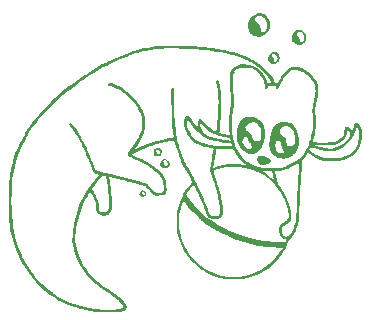
<source format=gbr>
%TF.GenerationSoftware,KiCad,Pcbnew,9.0.0*%
%TF.CreationDate,2025-05-13T09:42:49-05:00*%
%TF.ProjectId,Refraction Cell Circuit,52656672-6163-4746-996f-6e2043656c6c,rev?*%
%TF.SameCoordinates,Original*%
%TF.FileFunction,Legend,Bot*%
%TF.FilePolarity,Positive*%
%FSLAX46Y46*%
G04 Gerber Fmt 4.6, Leading zero omitted, Abs format (unit mm)*
G04 Created by KiCad (PCBNEW 9.0.0) date 2025-05-13 09:42:49*
%MOMM*%
%LPD*%
G01*
G04 APERTURE LIST*
%ADD10C,0.000000*%
G04 APERTURE END LIST*
D10*
%TO.C,G\u002A\u002A\u002A*%
G36*
X143315000Y-114073520D02*
G01*
X143305000Y-114083528D01*
X143295000Y-114073520D01*
X143305000Y-114063512D01*
X143315000Y-114073520D01*
G37*
G36*
X150355000Y-94177854D02*
G01*
X150345000Y-94187862D01*
X150335000Y-94177854D01*
X150345000Y-94167846D01*
X150355000Y-94177854D01*
G37*
G36*
X159835000Y-89614261D02*
G01*
X159825000Y-89624268D01*
X159815000Y-89614261D01*
X159825000Y-89604253D01*
X159835000Y-89614261D01*
G37*
G36*
X160355000Y-95618989D02*
G01*
X160345000Y-95628997D01*
X160335000Y-95618989D01*
X160345000Y-95608981D01*
X160355000Y-95618989D01*
G37*
G36*
X160375000Y-95659020D02*
G01*
X160365000Y-95669028D01*
X160355000Y-95659020D01*
X160365000Y-95649012D01*
X160375000Y-95659020D01*
G37*
G36*
X161055000Y-90494954D02*
G01*
X161045000Y-90504962D01*
X161035000Y-90494954D01*
X161045000Y-90484946D01*
X161055000Y-90494954D01*
G37*
G36*
X161195000Y-90294796D02*
G01*
X161185000Y-90304804D01*
X161175000Y-90294796D01*
X161185000Y-90284789D01*
X161195000Y-90294796D01*
G37*
G36*
X161215000Y-89874465D02*
G01*
X161205000Y-89884473D01*
X161195000Y-89874465D01*
X161205000Y-89864458D01*
X161215000Y-89874465D01*
G37*
G36*
X161275000Y-90094639D02*
G01*
X161265000Y-90104647D01*
X161255000Y-90094639D01*
X161265000Y-90084631D01*
X161275000Y-90094639D01*
G37*
G36*
X139273422Y-106565942D02*
G01*
X139272007Y-106586243D01*
X139262917Y-106592212D01*
X139258954Y-106585131D01*
X139261338Y-106553849D01*
X139268537Y-106544584D01*
X139273422Y-106565942D01*
G37*
G36*
X155675000Y-89644284D02*
G01*
X155673557Y-89654880D01*
X155661667Y-89657628D01*
X155659274Y-89654694D01*
X155661667Y-89630940D01*
X155667683Y-89627809D01*
X155675000Y-89644284D01*
G37*
G36*
X157608334Y-90271445D02*
G01*
X157611463Y-90277465D01*
X157595000Y-90284789D01*
X157584413Y-90283344D01*
X157581667Y-90271445D01*
X157584599Y-90269049D01*
X157608334Y-90271445D01*
G37*
G36*
X158115000Y-95088571D02*
G01*
X158113557Y-95099167D01*
X158101667Y-95101915D01*
X158099274Y-95098981D01*
X158101667Y-95075227D01*
X158107683Y-95072096D01*
X158115000Y-95088571D01*
G37*
G36*
X160235000Y-89804410D02*
G01*
X160233557Y-89815007D01*
X160221667Y-89817754D01*
X160219274Y-89814820D01*
X160221667Y-89791066D01*
X160227683Y-89787935D01*
X160235000Y-89804410D01*
G37*
G36*
X160341711Y-102153771D02*
G01*
X160465305Y-102173364D01*
X160571747Y-102192572D01*
X160740312Y-102227396D01*
X160874754Y-102262746D01*
X160978852Y-102300437D01*
X161056379Y-102342287D01*
X161111113Y-102390110D01*
X161146830Y-102445723D01*
X161167306Y-102510942D01*
X161169295Y-102522907D01*
X161163838Y-102610387D01*
X161129164Y-102693831D01*
X161071571Y-102757051D01*
X161071071Y-102757405D01*
X161020836Y-102785449D01*
X160947950Y-102817455D01*
X160868011Y-102846563D01*
X160848278Y-102852695D01*
X160723476Y-102881107D01*
X160595235Y-102895054D01*
X160473720Y-102894484D01*
X160369094Y-102879344D01*
X160291519Y-102849580D01*
X160284204Y-102845043D01*
X160226939Y-102802890D01*
X160178335Y-102750856D01*
X160131031Y-102679665D01*
X160077668Y-102580040D01*
X160042814Y-102500934D01*
X160015570Y-102389700D01*
X160023162Y-102295608D01*
X160065541Y-102217189D01*
X160091737Y-102189432D01*
X160131904Y-102161840D01*
X160182177Y-102147223D01*
X160249724Y-102144795D01*
X160341711Y-102153771D01*
G37*
G36*
X150630071Y-105361534D02*
G01*
X150607443Y-105451120D01*
X150558853Y-105529540D01*
X150491153Y-105583323D01*
X150395449Y-105613862D01*
X150290736Y-105610744D01*
X150192213Y-105570172D01*
X150105231Y-105493391D01*
X150071586Y-105446563D01*
X150057780Y-105399956D01*
X150059668Y-105335103D01*
X150064200Y-105302690D01*
X150077305Y-105265391D01*
X150263480Y-105265391D01*
X150289032Y-105330050D01*
X150321430Y-105381199D01*
X150347819Y-105426711D01*
X150353527Y-105435682D01*
X150394861Y-105465433D01*
X150446615Y-105472576D01*
X150490141Y-105453592D01*
X150512773Y-105409248D01*
X150516329Y-105343623D01*
X150501108Y-105273249D01*
X150470246Y-105211995D01*
X150426877Y-105173728D01*
X150361668Y-105158085D01*
X150306278Y-105172060D01*
X150271389Y-105210278D01*
X150263480Y-105265391D01*
X150077305Y-105265391D01*
X150097805Y-105207044D01*
X150154328Y-105134956D01*
X150227069Y-105086693D01*
X150309329Y-105062523D01*
X150394411Y-105062712D01*
X150475614Y-105087527D01*
X150546242Y-105137236D01*
X150599593Y-105212106D01*
X150628971Y-105312403D01*
X150629670Y-105343623D01*
X150630071Y-105361534D01*
G37*
G36*
X151939211Y-101844864D02*
G01*
X151914277Y-101945816D01*
X151863481Y-102042355D01*
X151785884Y-102114009D01*
X151676572Y-102166802D01*
X151583173Y-102190047D01*
X151480407Y-102185580D01*
X151392305Y-102143951D01*
X151318486Y-102065052D01*
X151294819Y-102020218D01*
X151267872Y-101927687D01*
X151256506Y-101823803D01*
X151263418Y-101725199D01*
X151277278Y-101681812D01*
X151285616Y-101667679D01*
X151497813Y-101667679D01*
X151501153Y-101727830D01*
X151525637Y-101782665D01*
X151543083Y-101813973D01*
X151555000Y-101863278D01*
X151562161Y-101900079D01*
X151586135Y-101949523D01*
X151616291Y-101978649D01*
X151657044Y-101994008D01*
X151691768Y-101985004D01*
X151740910Y-101948629D01*
X151779425Y-101896737D01*
X151795000Y-101842821D01*
X151792917Y-101817128D01*
X151771270Y-101743071D01*
X151733293Y-101672241D01*
X151687943Y-101623024D01*
X151683640Y-101620139D01*
X151625363Y-101597858D01*
X151564534Y-101596862D01*
X151519000Y-101617712D01*
X151516355Y-101620564D01*
X151497813Y-101667679D01*
X151285616Y-101667679D01*
X151322703Y-101604818D01*
X151386360Y-101533699D01*
X151456976Y-101482584D01*
X151470508Y-101476221D01*
X151561361Y-101455823D01*
X151664193Y-101461724D01*
X151765502Y-101491822D01*
X151851785Y-101544018D01*
X151896511Y-101588050D01*
X151935686Y-101655552D01*
X151948962Y-101737861D01*
X151939397Y-101842821D01*
X151939211Y-101844864D01*
G37*
G36*
X152613342Y-102782336D02*
G01*
X152604363Y-102891341D01*
X152560831Y-102991472D01*
X152483969Y-103077208D01*
X152375000Y-103143027D01*
X152343411Y-103154709D01*
X152240553Y-103172779D01*
X152129985Y-103168944D01*
X152023061Y-103145338D01*
X151931132Y-103104092D01*
X151865552Y-103047339D01*
X151859719Y-103039518D01*
X151831955Y-102991571D01*
X151818509Y-102936703D01*
X151815000Y-102858552D01*
X151820515Y-102775902D01*
X151847875Y-102653593D01*
X151869370Y-102603557D01*
X152078517Y-102603557D01*
X152083956Y-102642018D01*
X152110803Y-102695690D01*
X152118859Y-102710890D01*
X152144616Y-102779927D01*
X152155000Y-102843640D01*
X152162381Y-102896473D01*
X152195000Y-102954765D01*
X152213001Y-102970436D01*
X152273375Y-102995731D01*
X152333891Y-102987322D01*
X152387886Y-102949252D01*
X152428696Y-102885563D01*
X152449656Y-102800296D01*
X152450966Y-102770050D01*
X152431635Y-102671861D01*
X152376851Y-102589628D01*
X152289022Y-102527440D01*
X152269293Y-102518545D01*
X152192317Y-102501358D01*
X152131252Y-102517838D01*
X152090123Y-102567179D01*
X152078517Y-102603557D01*
X151869370Y-102603557D01*
X151894285Y-102545558D01*
X151955405Y-102463991D01*
X152024908Y-102419279D01*
X152119663Y-102395947D01*
X152224903Y-102397865D01*
X152331089Y-102423690D01*
X152428686Y-102472082D01*
X152508156Y-102541701D01*
X152522749Y-102559796D01*
X152586545Y-102669981D01*
X152610412Y-102770050D01*
X152613342Y-102782336D01*
G37*
G36*
X161908430Y-94005693D02*
G01*
X161852839Y-94132727D01*
X161767003Y-94237184D01*
X161652905Y-94315260D01*
X161565658Y-94348822D01*
X161434723Y-94365403D01*
X161303752Y-94344352D01*
X161177401Y-94286628D01*
X161060325Y-94193190D01*
X161020870Y-94148801D01*
X160961059Y-94043011D01*
X160939292Y-93926646D01*
X160955593Y-93799331D01*
X161009984Y-93660692D01*
X161040529Y-93611051D01*
X161295278Y-93611051D01*
X161305888Y-93678261D01*
X161352397Y-93751823D01*
X161362333Y-93763581D01*
X161392732Y-93810411D01*
X161409796Y-93865898D01*
X161418891Y-93945688D01*
X161422485Y-93988160D01*
X161432695Y-94047968D01*
X161451129Y-94087771D01*
X161482610Y-94120826D01*
X161489685Y-94126817D01*
X161528135Y-94155880D01*
X161551116Y-94167551D01*
X161556263Y-94167234D01*
X161609908Y-94145371D01*
X161665120Y-94095803D01*
X161711428Y-94027668D01*
X161722301Y-94004370D01*
X161748677Y-93892469D01*
X161739976Y-93771824D01*
X161696513Y-93650403D01*
X161694891Y-93647259D01*
X161635210Y-93568385D01*
X161554258Y-93522307D01*
X161449093Y-93507326D01*
X161372282Y-93519627D01*
X161318198Y-93556177D01*
X161295278Y-93611051D01*
X161040529Y-93611051D01*
X161102490Y-93510353D01*
X161168204Y-93432476D01*
X161252907Y-93371084D01*
X161354750Y-93337435D01*
X161482751Y-93327184D01*
X161486700Y-93327188D01*
X161593301Y-93332360D01*
X161672857Y-93350156D01*
X161737089Y-93384793D01*
X161797717Y-93440488D01*
X161808859Y-93452823D01*
X161873201Y-93545163D01*
X161912399Y-93651350D01*
X161930868Y-93782738D01*
X161931789Y-93859885D01*
X161926569Y-93892469D01*
X161908430Y-94005693D01*
G37*
G36*
X164173990Y-92155782D02*
G01*
X164168240Y-92266188D01*
X164153219Y-92354059D01*
X164147341Y-92372390D01*
X164097475Y-92463001D01*
X164018638Y-92551159D01*
X163919577Y-92629690D01*
X163809035Y-92691425D01*
X163695758Y-92729192D01*
X163607001Y-92739356D01*
X163467453Y-92725328D01*
X163330607Y-92678783D01*
X163203998Y-92603545D01*
X163095162Y-92503433D01*
X163011634Y-92382270D01*
X162991349Y-92338007D01*
X162976048Y-92282930D01*
X162968259Y-92213216D01*
X162965804Y-92116231D01*
X162966056Y-92044216D01*
X162969837Y-91977197D01*
X162980383Y-91925943D01*
X163000795Y-91876835D01*
X163034181Y-91816254D01*
X163061944Y-91773077D01*
X163379524Y-91773077D01*
X163384891Y-91835182D01*
X163426603Y-91907180D01*
X163471102Y-91972925D01*
X163534034Y-92087202D01*
X163585399Y-92205480D01*
X163617342Y-92311120D01*
X163627201Y-92349291D01*
X163652589Y-92415679D01*
X163680674Y-92461502D01*
X163738920Y-92498967D01*
X163807445Y-92499937D01*
X163879912Y-92464267D01*
X163881194Y-92463293D01*
X163925084Y-92410398D01*
X163963225Y-92330265D01*
X163991853Y-92235298D01*
X164007203Y-92137898D01*
X164005512Y-92050467D01*
X163995869Y-92000306D01*
X163963542Y-91896173D01*
X163919466Y-91801192D01*
X163870176Y-91730791D01*
X163861986Y-91723492D01*
X163814420Y-91695047D01*
X163745616Y-91663841D01*
X163669077Y-91635090D01*
X163598305Y-91614014D01*
X163546802Y-91605829D01*
X163534294Y-91609850D01*
X163496228Y-91634302D01*
X163448909Y-91673579D01*
X163411280Y-91712729D01*
X163379524Y-91773077D01*
X163061944Y-91773077D01*
X163074118Y-91754145D01*
X163139022Y-91667608D01*
X163204181Y-91593102D01*
X163243743Y-91554021D01*
X163297442Y-91510471D01*
X163350742Y-91484279D01*
X163418618Y-91466612D01*
X163438306Y-91463005D01*
X163581664Y-91457023D01*
X163735727Y-91481834D01*
X163889632Y-91535841D01*
X163913435Y-91547685D01*
X164010512Y-91623013D01*
X164088261Y-91732440D01*
X164145701Y-91874670D01*
X164158702Y-91932751D01*
X164170725Y-92039188D01*
X164173489Y-92137898D01*
X164173990Y-92155782D01*
G37*
G36*
X161112402Y-91157864D02*
G01*
X161087029Y-91318875D01*
X161076572Y-91355099D01*
X161002810Y-91528626D01*
X160896889Y-91686419D01*
X160764168Y-91822769D01*
X160610006Y-91931969D01*
X160439762Y-92008311D01*
X160423374Y-92013505D01*
X160360262Y-92029151D01*
X160290121Y-92038234D01*
X160202013Y-92041752D01*
X160085000Y-92040705D01*
X160078198Y-92040552D01*
X159972513Y-92037127D01*
X159895527Y-92031305D01*
X159836528Y-92021309D01*
X159784802Y-92005357D01*
X159729636Y-91981671D01*
X159632122Y-91923743D01*
X159523029Y-91833020D01*
X159425208Y-91726008D01*
X159350659Y-91614338D01*
X159303279Y-91511202D01*
X159252095Y-91327768D01*
X159236436Y-91137554D01*
X159255530Y-90946217D01*
X159308602Y-90759417D01*
X159394881Y-90582811D01*
X159409367Y-90563195D01*
X159863010Y-90563195D01*
X159877548Y-90618882D01*
X159920009Y-90688221D01*
X159992256Y-90773946D01*
X160096152Y-90878792D01*
X160130742Y-90912758D01*
X160192461Y-90977527D01*
X160241187Y-91034010D01*
X160268627Y-91072875D01*
X160276438Y-91093078D01*
X160290995Y-91155588D01*
X160303941Y-91241003D01*
X160313398Y-91338185D01*
X160317724Y-91394647D01*
X160326213Y-91475068D01*
X160336915Y-91529150D01*
X160351921Y-91565828D01*
X160373326Y-91594037D01*
X160412148Y-91629128D01*
X160469231Y-91652344D01*
X160538148Y-91644714D01*
X160580587Y-91631159D01*
X160668405Y-91583909D01*
X160737311Y-91512434D01*
X160791401Y-91411648D01*
X160834771Y-91276468D01*
X160860471Y-91155254D01*
X160873135Y-90994317D01*
X160854555Y-90849489D01*
X160803637Y-90714194D01*
X160719288Y-90581852D01*
X160660077Y-90512724D01*
X160583552Y-90437378D01*
X160511351Y-90378425D01*
X160458738Y-90342559D01*
X160413393Y-90317695D01*
X160368044Y-90304297D01*
X160309359Y-90298575D01*
X160224006Y-90296741D01*
X160050312Y-90294796D01*
X159964126Y-90392655D01*
X159923431Y-90442806D01*
X159885059Y-90499267D01*
X159865463Y-90540266D01*
X159863010Y-90563195D01*
X159409367Y-90563195D01*
X159513592Y-90422058D01*
X159545126Y-90388332D01*
X159670630Y-90277967D01*
X159811948Y-90184243D01*
X159961467Y-90110486D01*
X160111573Y-90060020D01*
X160254655Y-90036171D01*
X160383100Y-90042264D01*
X160426910Y-90054335D01*
X160524095Y-90100444D01*
X160630380Y-90170891D01*
X160738104Y-90259118D01*
X160839607Y-90358564D01*
X160927231Y-90462669D01*
X160993314Y-90564873D01*
X161028280Y-90639150D01*
X161081443Y-90805250D01*
X161110012Y-90982406D01*
X161110174Y-90994317D01*
X161112402Y-91157864D01*
G37*
G36*
X160661687Y-100589625D02*
G01*
X160626057Y-100789558D01*
X160580471Y-100982229D01*
X160527145Y-101156759D01*
X160468294Y-101302271D01*
X160435350Y-101364581D01*
X160412935Y-101406975D01*
X160304061Y-101569365D01*
X160179037Y-101712245D01*
X160043188Y-101830568D01*
X159901837Y-101919287D01*
X159760311Y-101973354D01*
X159749177Y-101975741D01*
X159685741Y-101983215D01*
X159601401Y-101987250D01*
X159511276Y-101987019D01*
X159456971Y-101984946D01*
X159383031Y-101978373D01*
X159321226Y-101964518D01*
X159255870Y-101939302D01*
X159171276Y-101898650D01*
X159141182Y-101883143D01*
X158942906Y-101757005D01*
X158761906Y-101600412D01*
X158602722Y-101419172D01*
X158469894Y-101219095D01*
X158367961Y-101005989D01*
X158336425Y-100901500D01*
X158778793Y-100901500D01*
X158781285Y-100929784D01*
X158818157Y-101083397D01*
X158893994Y-101229012D01*
X159008905Y-101366799D01*
X159163001Y-101496928D01*
X159238457Y-101537665D01*
X159327564Y-101554716D01*
X159411054Y-101542166D01*
X159482345Y-101503782D01*
X159534854Y-101443331D01*
X159562000Y-101364581D01*
X159557201Y-101271298D01*
X159544345Y-101237341D01*
X159510782Y-101173550D01*
X159463262Y-101095729D01*
X159407558Y-101013808D01*
X159361794Y-100947915D01*
X159313674Y-100873393D01*
X159278670Y-100813033D01*
X159262230Y-100775762D01*
X159257884Y-100758501D01*
X159216456Y-100655767D01*
X159157960Y-100583338D01*
X159086470Y-100543644D01*
X159006061Y-100539114D01*
X158920807Y-100572179D01*
X158888076Y-100595745D01*
X158823196Y-100675285D01*
X158785993Y-100779000D01*
X158778793Y-100901500D01*
X158336425Y-100901500D01*
X158301464Y-100785664D01*
X158299025Y-100773604D01*
X158284106Y-100655245D01*
X158278049Y-100510838D01*
X158280431Y-100351864D01*
X158290829Y-100189805D01*
X158308822Y-100036144D01*
X158333985Y-99902361D01*
X158378938Y-99737562D01*
X159036628Y-99737562D01*
X159044375Y-99847062D01*
X159065756Y-99887865D01*
X159115080Y-99948828D01*
X159193314Y-100030927D01*
X159301435Y-100135190D01*
X159440426Y-100262645D01*
X159445018Y-100266797D01*
X159511087Y-100332903D01*
X159551702Y-100390953D01*
X159575262Y-100452795D01*
X159610605Y-100573689D01*
X159653807Y-100683453D01*
X159702975Y-100765569D01*
X159762226Y-100826691D01*
X159835681Y-100873473D01*
X159899082Y-100902282D01*
X159991963Y-100925336D01*
X160079787Y-100917434D01*
X160175000Y-100878768D01*
X160214618Y-100856505D01*
X160282708Y-100805512D01*
X160330922Y-100743960D01*
X160362692Y-100664600D01*
X160381452Y-100560182D01*
X160390635Y-100423458D01*
X160387682Y-100239443D01*
X160366271Y-100054384D01*
X160328211Y-99879771D01*
X160275470Y-99722755D01*
X160210016Y-99590490D01*
X160133818Y-99490129D01*
X160110805Y-99467728D01*
X160011790Y-99392459D01*
X159901207Y-99343739D01*
X159771091Y-99318892D01*
X159613476Y-99315241D01*
X159577729Y-99316629D01*
X159490512Y-99322608D01*
X159425032Y-99333541D01*
X159367551Y-99352400D01*
X159304335Y-99382160D01*
X159215804Y-99438262D01*
X159125862Y-99526867D01*
X159064964Y-99628732D01*
X159036628Y-99737562D01*
X158378938Y-99737562D01*
X158397823Y-99668330D01*
X158473600Y-99454599D01*
X158558060Y-99272191D01*
X158649897Y-99123915D01*
X158747805Y-99012578D01*
X158794145Y-98972307D01*
X158877971Y-98912875D01*
X158966215Y-98871152D01*
X159067631Y-98844385D01*
X159190975Y-98829819D01*
X159345000Y-98824700D01*
X159415103Y-98824390D01*
X159509191Y-98825847D01*
X159583519Y-98831295D01*
X159650792Y-98842472D01*
X159723717Y-98861114D01*
X159815000Y-98888959D01*
X159840328Y-98897147D01*
X160043823Y-98978937D01*
X160221606Y-99080051D01*
X160369420Y-99197684D01*
X160483005Y-99329031D01*
X160512724Y-99379722D01*
X160558120Y-99485447D01*
X160600540Y-99615667D01*
X160637673Y-99760938D01*
X160667209Y-99911813D01*
X160686837Y-100058846D01*
X160694246Y-100192590D01*
X160694222Y-100211475D01*
X160685147Y-100393305D01*
X160681544Y-100423458D01*
X160661687Y-100589625D01*
G37*
G36*
X163547169Y-100860249D02*
G01*
X163544975Y-101009126D01*
X163538040Y-101147448D01*
X163526357Y-101265485D01*
X163509925Y-101353504D01*
X163460754Y-101504261D01*
X163383927Y-101664080D01*
X163317669Y-101760839D01*
X163280805Y-101814672D01*
X163145327Y-101966225D01*
X163099425Y-102012026D01*
X163020002Y-102086217D01*
X162950041Y-102142011D01*
X162878666Y-102187639D01*
X162795000Y-102231330D01*
X162766405Y-102244942D01*
X162673704Y-102285813D01*
X162584591Y-102320984D01*
X162515000Y-102344042D01*
X162434528Y-102359453D01*
X162313608Y-102369046D01*
X162179879Y-102369025D01*
X162046366Y-102359914D01*
X161926093Y-102342239D01*
X161832084Y-102316524D01*
X161674403Y-102243147D01*
X161496179Y-102122245D01*
X161343948Y-101971000D01*
X161217959Y-101789670D01*
X161118460Y-101578512D01*
X161099686Y-101526545D01*
X161084981Y-101474883D01*
X161075367Y-101419909D01*
X161069739Y-101352447D01*
X161069133Y-101332798D01*
X161562114Y-101332798D01*
X161592751Y-101486639D01*
X161602771Y-101516110D01*
X161654552Y-101628378D01*
X161722228Y-101732971D01*
X161798154Y-101819313D01*
X161874688Y-101876825D01*
X161929012Y-101896884D01*
X162019043Y-101911043D01*
X162112156Y-101910365D01*
X162188693Y-101893790D01*
X162216079Y-101879071D01*
X162257329Y-101828850D01*
X162268934Y-101760839D01*
X162250596Y-101681678D01*
X162202016Y-101598006D01*
X162143190Y-101502180D01*
X162092685Y-101359845D01*
X162074889Y-101208175D01*
X162069349Y-101100128D01*
X162045404Y-100989972D01*
X162001723Y-100913011D01*
X161937434Y-100867853D01*
X161851661Y-100853110D01*
X161823385Y-100853848D01*
X161724973Y-100873048D01*
X161653528Y-100919738D01*
X161605622Y-100995908D01*
X161593408Y-101028893D01*
X161562448Y-101175859D01*
X161562114Y-101332798D01*
X161069133Y-101332798D01*
X161066990Y-101263316D01*
X161066014Y-101143339D01*
X161065953Y-101099929D01*
X161067360Y-100980461D01*
X161072234Y-100884008D01*
X161081890Y-100797587D01*
X161097647Y-100708217D01*
X161120820Y-100602913D01*
X161169394Y-100406011D01*
X161238191Y-100168204D01*
X161286363Y-100033763D01*
X161922486Y-100033763D01*
X161924789Y-100107920D01*
X161953145Y-100181313D01*
X162010192Y-100258170D01*
X162098565Y-100342721D01*
X162220901Y-100439196D01*
X162239973Y-100453676D01*
X162314234Y-100515997D01*
X162379997Y-100579548D01*
X162424884Y-100632592D01*
X162443742Y-100661218D01*
X162466173Y-100704722D01*
X162480724Y-100754032D01*
X162490336Y-100820553D01*
X162497955Y-100915691D01*
X162503227Y-100979638D01*
X162521522Y-101099416D01*
X162550788Y-101189578D01*
X162593707Y-101256911D01*
X162652958Y-101308204D01*
X162701211Y-101331820D01*
X162793967Y-101351381D01*
X162894197Y-101349600D01*
X162985372Y-101325611D01*
X163021409Y-101305843D01*
X163096559Y-101239467D01*
X163160564Y-101150258D01*
X163204142Y-101049917D01*
X163220947Y-100965032D01*
X163231270Y-100850310D01*
X163234655Y-100718724D01*
X163231116Y-100581682D01*
X163220665Y-100450592D01*
X163203315Y-100336860D01*
X163183453Y-100256307D01*
X163112840Y-100079455D01*
X163010895Y-99926028D01*
X162879365Y-99798331D01*
X162719996Y-99698670D01*
X162719428Y-99698391D01*
X162653934Y-99669191D01*
X162595025Y-99652169D01*
X162527211Y-99644270D01*
X162435000Y-99642437D01*
X162431417Y-99642445D01*
X162341113Y-99644631D01*
X162275566Y-99652614D01*
X162220113Y-99669343D01*
X162160092Y-99697771D01*
X162072501Y-99757209D01*
X161991145Y-99853666D01*
X161934694Y-99979987D01*
X161922486Y-100033763D01*
X161286363Y-100033763D01*
X161310848Y-99965428D01*
X161388930Y-99794799D01*
X161474004Y-99653432D01*
X161567635Y-99538445D01*
X161671388Y-99446953D01*
X161786829Y-99376072D01*
X161871207Y-99338020D01*
X161979515Y-99303710D01*
X162099096Y-99282993D01*
X162239170Y-99274394D01*
X162408959Y-99276436D01*
X162587722Y-99290019D01*
X162774370Y-99324640D01*
X162928279Y-99379553D01*
X163050666Y-99455216D01*
X163142749Y-99552086D01*
X163158433Y-99574164D01*
X163308429Y-99818392D01*
X163424333Y-100077045D01*
X163509508Y-100357508D01*
X163525335Y-100447597D01*
X163537345Y-100569754D01*
X163544624Y-100710548D01*
X163544763Y-100718724D01*
X163547169Y-100860249D01*
G37*
G36*
X161555000Y-95957505D02*
G01*
X161555933Y-95970586D01*
X161568370Y-95992764D01*
X161602527Y-96007683D01*
X161667493Y-96020424D01*
X161746170Y-96033015D01*
X161860732Y-95822684D01*
X162005520Y-95570218D01*
X162169777Y-95316403D01*
X162332356Y-95100019D01*
X162492754Y-94921673D01*
X162650470Y-94781973D01*
X162805000Y-94681526D01*
X162838653Y-94663952D01*
X162879679Y-94644741D01*
X162918905Y-94631897D01*
X162964690Y-94624186D01*
X163025394Y-94620373D01*
X163109377Y-94619224D01*
X163225000Y-94619504D01*
X163333081Y-94620444D01*
X163427218Y-94623233D01*
X163500364Y-94629038D01*
X163562634Y-94639094D01*
X163624141Y-94654636D01*
X163695000Y-94676899D01*
X163847705Y-94732988D01*
X164116798Y-94862664D01*
X164361854Y-95022625D01*
X164580937Y-95210849D01*
X164772111Y-95425315D01*
X164933442Y-95664000D01*
X165062993Y-95924883D01*
X165158830Y-96205942D01*
X165179903Y-96313522D01*
X165194324Y-96448805D01*
X165201540Y-96597969D01*
X165201491Y-96623771D01*
X165201257Y-96748147D01*
X165193181Y-96886472D01*
X165177015Y-97000076D01*
X165172615Y-97021066D01*
X165140798Y-97171984D01*
X165107146Y-97330311D01*
X165073661Y-97486726D01*
X165042343Y-97631912D01*
X165015195Y-97756550D01*
X164994218Y-97851319D01*
X164981891Y-97914867D01*
X164962281Y-98083615D01*
X164954181Y-98282918D01*
X164957720Y-98507342D01*
X164973026Y-98751455D01*
X164979644Y-98837572D01*
X164992598Y-99149398D01*
X164988069Y-99469737D01*
X164965966Y-99812290D01*
X164951123Y-99970686D01*
X164934337Y-100111807D01*
X164914061Y-100238552D01*
X164887873Y-100363963D01*
X164853353Y-100501084D01*
X164808079Y-100662960D01*
X164805657Y-100671391D01*
X164780349Y-100762868D01*
X164760878Y-100839371D01*
X164749122Y-100893108D01*
X164746962Y-100916288D01*
X164749051Y-100919043D01*
X164784309Y-100939601D01*
X164850398Y-100961549D01*
X164939453Y-100982956D01*
X165043609Y-101001892D01*
X165155000Y-101016427D01*
X165200446Y-101020398D01*
X165324969Y-101026573D01*
X165473359Y-101029176D01*
X165636499Y-101028458D01*
X165805269Y-101024665D01*
X165970552Y-101018048D01*
X166123231Y-101008854D01*
X166254188Y-100997331D01*
X166354304Y-100983730D01*
X166528734Y-100945126D01*
X166765125Y-100864244D01*
X166973694Y-100755549D01*
X167153612Y-100619421D01*
X167157080Y-100616265D01*
X167272519Y-100488358D01*
X167353229Y-100345756D01*
X167400970Y-100184326D01*
X167417501Y-99999937D01*
X167425305Y-99878509D01*
X167448531Y-99790970D01*
X167490081Y-99733416D01*
X167552856Y-99701831D01*
X167639759Y-99692196D01*
X167702003Y-99698048D01*
X167813920Y-99735114D01*
X167915418Y-99800413D01*
X167993956Y-99887047D01*
X168017692Y-99925108D01*
X168044548Y-99975767D01*
X168055000Y-100007053D01*
X168057227Y-100018610D01*
X168074226Y-100022935D01*
X168081650Y-100012399D01*
X168100654Y-99969560D01*
X168125942Y-99902312D01*
X168154648Y-99819319D01*
X168183902Y-99729246D01*
X168210836Y-99640757D01*
X168232583Y-99562516D01*
X168246274Y-99503188D01*
X168254526Y-99468428D01*
X168293802Y-99391861D01*
X168357597Y-99346718D01*
X168447188Y-99331912D01*
X168468587Y-99332181D01*
X168522402Y-99339155D01*
X168564789Y-99361724D01*
X168613551Y-99408035D01*
X168642209Y-99441367D01*
X168705731Y-99533202D01*
X168768535Y-99644406D01*
X168823538Y-99761833D01*
X168863661Y-99872338D01*
X168869808Y-99894891D01*
X168891315Y-100010985D01*
X168905202Y-100151855D01*
X168910949Y-100305660D01*
X168909898Y-100361475D01*
X168908032Y-100460560D01*
X168895931Y-100604712D01*
X168881798Y-100706261D01*
X168821424Y-101005226D01*
X168736927Y-101273972D01*
X168628587Y-101511723D01*
X168496682Y-101717701D01*
X168368687Y-101874836D01*
X168231571Y-102014651D01*
X168084125Y-102134196D01*
X167918935Y-102238758D01*
X167728585Y-102333622D01*
X167505661Y-102424073D01*
X167486340Y-102431231D01*
X167375310Y-102470288D01*
X167274210Y-102500926D01*
X167174718Y-102524614D01*
X167068512Y-102542821D01*
X166947272Y-102557014D01*
X166802677Y-102568663D01*
X166626405Y-102579235D01*
X166310270Y-102588044D01*
X166006060Y-102576742D01*
X165726134Y-102542817D01*
X165465070Y-102484741D01*
X165217448Y-102400987D01*
X164977843Y-102290027D01*
X164740836Y-102150334D01*
X164501004Y-101980380D01*
X164335458Y-101853969D01*
X164282392Y-101939000D01*
X164225895Y-102028277D01*
X164158466Y-102129398D01*
X164096147Y-102214374D01*
X164030739Y-102294213D01*
X163954046Y-102379922D01*
X163810537Y-102535655D01*
X163804493Y-102735871D01*
X163793788Y-103090482D01*
X163789964Y-103199776D01*
X163781135Y-103398228D01*
X163769636Y-103614552D01*
X163756255Y-103835250D01*
X163741780Y-104046823D01*
X163726998Y-104235774D01*
X163721487Y-104301314D01*
X163705640Y-104497177D01*
X163691458Y-104685904D01*
X163678668Y-104872735D01*
X163666996Y-105062909D01*
X163656168Y-105261667D01*
X163645909Y-105474248D01*
X163635947Y-105705893D01*
X163626007Y-105961842D01*
X163615815Y-106247334D01*
X163605097Y-106567610D01*
X163603321Y-106621611D01*
X163595509Y-106846196D01*
X163588061Y-107035905D01*
X163580715Y-107194964D01*
X163573208Y-107327602D01*
X163565280Y-107438045D01*
X163556668Y-107530522D01*
X163547111Y-107609259D01*
X163536347Y-107678484D01*
X163510178Y-107812318D01*
X163463513Y-108006378D01*
X163408259Y-108198281D01*
X163348127Y-108375430D01*
X163286831Y-108525227D01*
X163249964Y-108601173D01*
X163169109Y-108745881D01*
X163080730Y-108880233D01*
X162989935Y-108997346D01*
X162901832Y-109090336D01*
X162821528Y-109152320D01*
X162802910Y-109163730D01*
X162765435Y-109192490D01*
X162736764Y-109228964D01*
X162710071Y-109283342D01*
X162678530Y-109365818D01*
X162535969Y-109716363D01*
X162430669Y-109924429D01*
X162339562Y-110104452D01*
X162111453Y-110471563D01*
X161853619Y-110815856D01*
X161568039Y-111135493D01*
X161256688Y-111428634D01*
X160921544Y-111693438D01*
X160564584Y-111928067D01*
X160187786Y-112130681D01*
X159793126Y-112299440D01*
X159382581Y-112432505D01*
X159234338Y-112471963D01*
X159076151Y-112510034D01*
X158929890Y-112539361D01*
X158786913Y-112560997D01*
X158638577Y-112575994D01*
X158476241Y-112585404D01*
X158291263Y-112590279D01*
X158075000Y-112591670D01*
X157954652Y-112591523D01*
X157806695Y-112590590D01*
X157687007Y-112588444D01*
X157588610Y-112584688D01*
X157504523Y-112578923D01*
X157427769Y-112570750D01*
X157351367Y-112559770D01*
X157268338Y-112545585D01*
X156988149Y-112487997D01*
X156563576Y-112370364D01*
X156159776Y-112219463D01*
X155774731Y-112034502D01*
X155406425Y-111814689D01*
X155347571Y-111775353D01*
X154988635Y-111508387D01*
X154659249Y-111214898D01*
X154360256Y-110896170D01*
X154092499Y-110553491D01*
X153856820Y-110188145D01*
X153654061Y-109801418D01*
X153485066Y-109394597D01*
X153350675Y-108968967D01*
X153251732Y-108525814D01*
X153241724Y-108468242D01*
X153229772Y-108390418D01*
X153220752Y-108314476D01*
X153214265Y-108233430D01*
X153209913Y-108140296D01*
X153207298Y-108028089D01*
X153206021Y-107889824D01*
X153205793Y-107773912D01*
X153410626Y-107773912D01*
X153414070Y-107951976D01*
X153421796Y-108114332D01*
X153433806Y-108248934D01*
X153470412Y-108495794D01*
X153562789Y-108911636D01*
X153691303Y-109316129D01*
X153854418Y-109706474D01*
X154050597Y-110079872D01*
X154278303Y-110433526D01*
X154536001Y-110764636D01*
X154822154Y-111070403D01*
X155135224Y-111348029D01*
X155284215Y-111462975D01*
X155625734Y-111692728D01*
X155987292Y-111893152D01*
X156363944Y-112062162D01*
X156750743Y-112197673D01*
X157142744Y-112297599D01*
X157535000Y-112359856D01*
X157617383Y-112368206D01*
X158056493Y-112390009D01*
X158487257Y-112372684D01*
X158909582Y-112316246D01*
X159323375Y-112220712D01*
X159728546Y-112086096D01*
X160125000Y-111912416D01*
X160313312Y-111814462D01*
X160684358Y-111588540D01*
X161030436Y-111331675D01*
X161350342Y-111044997D01*
X161642872Y-110729640D01*
X161906821Y-110386735D01*
X162140984Y-110017414D01*
X162194240Y-109924429D01*
X161879620Y-109910978D01*
X161820132Y-109908357D01*
X161417729Y-109886320D01*
X161041680Y-109858029D01*
X160695319Y-109823807D01*
X160381981Y-109783978D01*
X160105000Y-109738865D01*
X159826163Y-109684861D01*
X159514188Y-109617446D01*
X159216744Y-109544446D01*
X158928547Y-109463973D01*
X158644311Y-109374143D01*
X158358748Y-109273067D01*
X158066575Y-109158861D01*
X157762503Y-109029637D01*
X157441249Y-108883509D01*
X157097525Y-108718590D01*
X156726046Y-108532996D01*
X156631487Y-108484472D01*
X156390876Y-108355167D01*
X156176079Y-108229665D01*
X155977939Y-108102179D01*
X155787298Y-107966922D01*
X155595000Y-107818105D01*
X155517039Y-107755282D01*
X155443138Y-107694881D01*
X155376049Y-107638593D01*
X155311378Y-107582373D01*
X155244733Y-107522176D01*
X155171717Y-107453954D01*
X155087938Y-107373664D01*
X154989002Y-107277260D01*
X154870514Y-107160695D01*
X154728081Y-107019924D01*
X154605663Y-106897839D01*
X154438959Y-106727347D01*
X154296082Y-106574941D01*
X154172929Y-106435934D01*
X154065395Y-106305641D01*
X153969377Y-106179378D01*
X153880772Y-106052458D01*
X153841726Y-105993562D01*
X153811173Y-105951097D01*
X153787199Y-105929968D01*
X153766420Y-105932886D01*
X153745452Y-105962561D01*
X153720909Y-106021703D01*
X153689407Y-106113025D01*
X153647562Y-106239236D01*
X153561232Y-106530830D01*
X153485586Y-106862558D01*
X153433806Y-107188098D01*
X153425995Y-107265939D01*
X153416589Y-107418846D01*
X153411466Y-107592186D01*
X153410626Y-107773912D01*
X153205793Y-107773912D01*
X153205684Y-107718516D01*
X153205830Y-107598073D01*
X153206763Y-107449998D01*
X153208907Y-107330216D01*
X153212660Y-107231742D01*
X153218420Y-107147589D01*
X153226587Y-107070774D01*
X153237558Y-106994312D01*
X153251732Y-106911218D01*
X153256986Y-106882381D01*
X153313541Y-106614463D01*
X153382443Y-106351091D01*
X153460935Y-106101130D01*
X153546259Y-105873447D01*
X153635658Y-105676908D01*
X153666335Y-105615449D01*
X153710991Y-105523600D01*
X153752148Y-105436719D01*
X153784809Y-105371659D01*
X154035147Y-105371659D01*
X154108028Y-105502888D01*
X154165959Y-105597725D01*
X154248024Y-105717891D01*
X154348817Y-105856135D01*
X154463883Y-106006923D01*
X154588769Y-106164722D01*
X154719022Y-106323999D01*
X154850187Y-106479220D01*
X154977811Y-106624854D01*
X155097439Y-106755366D01*
X155204619Y-106865224D01*
X155340245Y-106992250D01*
X155565794Y-107183664D01*
X155820688Y-107380326D01*
X156099591Y-107578625D01*
X156397168Y-107774952D01*
X156708083Y-107965695D01*
X157027000Y-108147245D01*
X157348583Y-108315990D01*
X157383501Y-108333368D01*
X157672199Y-108467904D01*
X157991302Y-108602320D01*
X158332428Y-108733755D01*
X158687193Y-108859350D01*
X159047215Y-108976246D01*
X159404112Y-109081582D01*
X159749502Y-109172498D01*
X160075000Y-109246136D01*
X160124281Y-109255880D01*
X160305186Y-109287361D01*
X160515685Y-109318653D01*
X160747860Y-109348833D01*
X160993796Y-109376976D01*
X161245575Y-109402158D01*
X161495282Y-109423455D01*
X161735000Y-109439943D01*
X161790165Y-109443086D01*
X161919838Y-109449597D01*
X162045827Y-109454854D01*
X162156056Y-109458382D01*
X162238449Y-109459708D01*
X162411898Y-109459887D01*
X162433350Y-109394836D01*
X162434705Y-109390701D01*
X162449595Y-109341250D01*
X162456874Y-109309769D01*
X162460868Y-109293708D01*
X162477676Y-109254725D01*
X162484962Y-109232783D01*
X162469429Y-109222131D01*
X162422019Y-109219698D01*
X162394045Y-109218219D01*
X162289297Y-109189271D01*
X162183842Y-109126199D01*
X162084460Y-109032758D01*
X162052536Y-108994110D01*
X162008298Y-108927278D01*
X161971105Y-108847905D01*
X161933985Y-108742546D01*
X161930518Y-108731665D01*
X161885334Y-108566311D01*
X161863501Y-108422062D01*
X161867001Y-108293817D01*
X161897820Y-108176473D01*
X161957942Y-108064927D01*
X162049352Y-107954077D01*
X162174032Y-107838820D01*
X162333969Y-107714055D01*
X162428746Y-107643488D01*
X162513295Y-107577710D01*
X162574913Y-107524979D01*
X162619066Y-107480192D01*
X162651217Y-107438252D01*
X162676832Y-107394057D01*
X162699854Y-107333253D01*
X162712279Y-107240594D01*
X162706469Y-107124140D01*
X162682507Y-106977933D01*
X162682158Y-106976211D01*
X162665648Y-106890130D01*
X162651386Y-106808133D01*
X162642423Y-106747751D01*
X162640860Y-106735813D01*
X162629567Y-106673718D01*
X162616555Y-106627657D01*
X162616421Y-106627323D01*
X162603537Y-106587749D01*
X162585446Y-106523212D01*
X162566019Y-106447515D01*
X162545082Y-106368624D01*
X162473182Y-106149547D01*
X162375860Y-105907548D01*
X162254772Y-105646885D01*
X162047928Y-105271679D01*
X161810040Y-104920411D01*
X161543158Y-104594586D01*
X161249288Y-104295620D01*
X160930435Y-104024926D01*
X160588605Y-103783918D01*
X160225804Y-103574011D01*
X159852388Y-103400497D01*
X160393476Y-103400497D01*
X160401357Y-103408641D01*
X160436696Y-103431454D01*
X160493473Y-103464986D01*
X160610076Y-103535079D01*
X160759038Y-103631247D01*
X160909189Y-103734213D01*
X161045000Y-103833598D01*
X161070377Y-103853270D01*
X161148775Y-103916409D01*
X161236376Y-103989438D01*
X161318534Y-104060226D01*
X161472068Y-104195362D01*
X161432488Y-104060445D01*
X161415550Y-104000765D01*
X161389213Y-103904070D01*
X161360144Y-103794224D01*
X161332119Y-103685340D01*
X161271331Y-103445151D01*
X160998950Y-103452220D01*
X160903830Y-103453219D01*
X160751467Y-103449037D01*
X160675122Y-103443321D01*
X161520826Y-103443321D01*
X161525113Y-103470186D01*
X161538960Y-103528862D01*
X161560828Y-103613703D01*
X161589178Y-103719063D01*
X161622470Y-103839295D01*
X161659165Y-103968751D01*
X161697725Y-104101786D01*
X161725508Y-104195362D01*
X161736609Y-104232752D01*
X161745800Y-104263622D01*
X161772909Y-104359003D01*
X161793773Y-104439118D01*
X161806483Y-104496326D01*
X161809130Y-104522981D01*
X161812135Y-104536458D01*
X161834431Y-104577513D01*
X161873685Y-104636673D01*
X161924966Y-104706144D01*
X162068717Y-104900914D01*
X162307511Y-105273073D01*
X162508830Y-105658304D01*
X162673397Y-106058250D01*
X162801935Y-106474550D01*
X162895166Y-106908846D01*
X162909940Y-107001531D01*
X162929067Y-107166826D01*
X162931230Y-107240594D01*
X162933008Y-107301219D01*
X162921762Y-107408836D01*
X162895331Y-107493804D01*
X162867986Y-107544391D01*
X162801842Y-107637381D01*
X162717711Y-107733658D01*
X162625543Y-107822212D01*
X162535292Y-107892037D01*
X162394648Y-107990264D01*
X162263067Y-108097393D01*
X162169481Y-108194626D01*
X162113567Y-108282309D01*
X162095000Y-108360786D01*
X162098971Y-108411250D01*
X162113721Y-108497707D01*
X162136036Y-108594835D01*
X162162370Y-108687564D01*
X162189173Y-108760819D01*
X162199553Y-108781811D01*
X162247110Y-108853807D01*
X162302361Y-108914458D01*
X162319560Y-108928558D01*
X162390056Y-108966069D01*
X162469135Y-108975256D01*
X162560897Y-108955384D01*
X162669443Y-108905719D01*
X162798873Y-108825526D01*
X162836056Y-108794931D01*
X162906353Y-108711170D01*
X162978236Y-108595350D01*
X163049547Y-108452417D01*
X163118129Y-108287318D01*
X163181824Y-108105003D01*
X163238476Y-107910417D01*
X163285927Y-107708508D01*
X163292160Y-107677494D01*
X163303543Y-107614798D01*
X163313749Y-107548022D01*
X163322980Y-107473899D01*
X163331439Y-107389162D01*
X163339327Y-107290544D01*
X163346847Y-107174778D01*
X163354201Y-107038596D01*
X163361592Y-106878733D01*
X163369220Y-106691920D01*
X163377290Y-106474890D01*
X163386002Y-106224377D01*
X163395559Y-105937113D01*
X163406815Y-105625136D01*
X163422882Y-105257058D01*
X163441208Y-104908364D01*
X163461492Y-104584212D01*
X163483434Y-104289760D01*
X163506732Y-104030168D01*
X163507450Y-104022750D01*
X163513617Y-103946710D01*
X163520427Y-103844421D01*
X163527615Y-103721904D01*
X163534914Y-103585178D01*
X163542058Y-103440261D01*
X163548782Y-103293175D01*
X163554820Y-103149938D01*
X163559905Y-103016569D01*
X163563772Y-102899089D01*
X163566155Y-102803516D01*
X163566788Y-102735871D01*
X163565404Y-102702172D01*
X163563222Y-102703152D01*
X163536322Y-102718651D01*
X163483583Y-102750081D01*
X163411108Y-102793785D01*
X163325000Y-102846109D01*
X163206162Y-102915438D01*
X163061808Y-102993758D01*
X162907453Y-103072629D01*
X162750507Y-103148569D01*
X162598379Y-103218099D01*
X162458479Y-103277738D01*
X162338216Y-103324005D01*
X162245000Y-103353421D01*
X162241359Y-103354343D01*
X162156785Y-103371748D01*
X162046840Y-103389021D01*
X161925346Y-103404210D01*
X161806126Y-103415366D01*
X161771214Y-103418022D01*
X161674584Y-103425871D01*
X161595792Y-103433004D01*
X161542194Y-103438726D01*
X161521142Y-103442340D01*
X161520826Y-103443321D01*
X160675122Y-103443321D01*
X160609569Y-103438413D01*
X160487916Y-103422174D01*
X160396287Y-103401149D01*
X160393476Y-103400497D01*
X159852388Y-103400497D01*
X159844038Y-103396617D01*
X159445311Y-103253152D01*
X159031630Y-103145030D01*
X158605000Y-103073664D01*
X158527221Y-103065847D01*
X158374434Y-103056434D01*
X158201231Y-103051307D01*
X158019648Y-103050466D01*
X157841724Y-103053912D01*
X157679496Y-103061645D01*
X157545000Y-103073664D01*
X157543500Y-103073846D01*
X157406692Y-103093384D01*
X157260488Y-103119261D01*
X157109761Y-103150120D01*
X156959386Y-103184602D01*
X156814235Y-103221349D01*
X156679182Y-103259003D01*
X156559101Y-103296207D01*
X156458866Y-103331602D01*
X156383350Y-103363830D01*
X156337427Y-103391533D01*
X156325970Y-103413352D01*
X156326987Y-103416046D01*
X156337706Y-103459758D01*
X156346211Y-103517437D01*
X156349411Y-103535657D01*
X156365083Y-103595238D01*
X156390978Y-103679424D01*
X156424431Y-103779744D01*
X156462776Y-103887729D01*
X156475997Y-103924081D01*
X156519604Y-104046889D01*
X156561865Y-104169805D01*
X156598525Y-104280308D01*
X156625325Y-104365876D01*
X156631939Y-104388016D01*
X156664108Y-104492712D01*
X156697842Y-104598713D01*
X156726836Y-104686128D01*
X156755972Y-104774111D01*
X156793888Y-104896079D01*
X156831265Y-105023371D01*
X156865706Y-105147318D01*
X156894818Y-105259250D01*
X156916205Y-105350498D01*
X156927472Y-105412394D01*
X156928728Y-105421946D01*
X156938627Y-105484196D01*
X156954387Y-105572821D01*
X156974110Y-105677423D01*
X156995899Y-105787602D01*
X156995979Y-105787996D01*
X157034527Y-105988780D01*
X157068774Y-106187891D01*
X157097668Y-106377889D01*
X157120157Y-106551335D01*
X157135189Y-106700789D01*
X157141712Y-106818812D01*
X157142407Y-106874696D01*
X157139773Y-106946195D01*
X157129250Y-107003672D01*
X157107230Y-107063399D01*
X157070105Y-107141644D01*
X157040799Y-107197006D01*
X156953928Y-107322205D01*
X156857053Y-107410115D01*
X156751134Y-107459780D01*
X156714828Y-107467686D01*
X156615990Y-107478538D01*
X156496654Y-107481881D01*
X156369489Y-107477935D01*
X156247165Y-107466924D01*
X156142353Y-107449072D01*
X156090934Y-107435249D01*
X155962793Y-107377718D01*
X155861410Y-107291805D01*
X155783396Y-107174921D01*
X155769268Y-107144650D01*
X155738791Y-107072404D01*
X155700854Y-106976955D01*
X155658943Y-106867149D01*
X155616548Y-106751831D01*
X155613628Y-106743729D01*
X155546863Y-106560848D01*
X155483309Y-106392117D01*
X155418950Y-106227446D01*
X155349772Y-106056745D01*
X155271759Y-105869924D01*
X155180898Y-105656893D01*
X155165371Y-105621081D01*
X155117344Y-105513124D01*
X155062050Y-105392023D01*
X155002145Y-105263283D01*
X154940283Y-105132412D01*
X154879117Y-105004914D01*
X154821303Y-104886296D01*
X154769493Y-104782065D01*
X154726343Y-104697727D01*
X154694506Y-104638788D01*
X154676636Y-104610754D01*
X154661042Y-104606434D01*
X154621631Y-104625005D01*
X154566226Y-104669763D01*
X154498583Y-104736476D01*
X154422457Y-104820912D01*
X154341604Y-104918838D01*
X154259779Y-105026024D01*
X154180738Y-105138237D01*
X154108237Y-105251246D01*
X154035147Y-105371659D01*
X153784809Y-105371659D01*
X153788615Y-105364077D01*
X153856214Y-105245181D01*
X153937813Y-105114387D01*
X154028629Y-104978390D01*
X154123880Y-104843883D01*
X154218784Y-104717563D01*
X154308559Y-104606124D01*
X154388423Y-104516262D01*
X154453594Y-104454671D01*
X154483529Y-104429051D01*
X154520543Y-104391334D01*
X154535000Y-104367266D01*
X154534944Y-104365384D01*
X154524716Y-104323728D01*
X154499462Y-104255576D01*
X154462948Y-104168992D01*
X154418936Y-104072045D01*
X154371191Y-103972798D01*
X154323476Y-103879317D01*
X154279554Y-103799668D01*
X154243190Y-103741918D01*
X154168161Y-103635160D01*
X154074117Y-103498491D01*
X153982449Y-103362411D01*
X153896629Y-103232256D01*
X153820124Y-103113364D01*
X153756407Y-103011072D01*
X153708948Y-102930717D01*
X153681217Y-102877637D01*
X153679371Y-102873335D01*
X153661675Y-102827246D01*
X153633044Y-102747995D01*
X153594902Y-102639703D01*
X153548670Y-102506488D01*
X153495772Y-102352470D01*
X153437632Y-102181769D01*
X153375671Y-101998504D01*
X153311314Y-101806794D01*
X153293833Y-101754546D01*
X153232025Y-101569955D01*
X153174431Y-101398182D01*
X153122261Y-101242818D01*
X153076724Y-101107457D01*
X153039031Y-100995692D01*
X153010390Y-100911114D01*
X152992012Y-100857318D01*
X152985106Y-100837895D01*
X152977196Y-100837318D01*
X152936742Y-100841751D01*
X152868512Y-100851895D01*
X152779733Y-100866460D01*
X152677626Y-100884157D01*
X152569416Y-100903696D01*
X152462326Y-100923787D01*
X152363581Y-100943142D01*
X152280403Y-100960469D01*
X152220017Y-100974480D01*
X152207854Y-100977560D01*
X152130478Y-100995650D01*
X152065814Y-101008408D01*
X152026801Y-101013239D01*
X152018168Y-101013668D01*
X151961272Y-101023820D01*
X151872829Y-101046263D01*
X151757506Y-101079396D01*
X151619972Y-101121618D01*
X151464896Y-101171328D01*
X151296946Y-101226922D01*
X151120789Y-101286801D01*
X150941095Y-101349363D01*
X150762532Y-101413005D01*
X150589768Y-101476127D01*
X150427472Y-101537127D01*
X150280312Y-101594404D01*
X150152956Y-101646355D01*
X150050072Y-101691380D01*
X150041880Y-101695181D01*
X149964572Y-101733044D01*
X149874146Y-101780040D01*
X149777550Y-101832237D01*
X149681735Y-101885703D01*
X149593650Y-101936505D01*
X149520244Y-101980711D01*
X149468468Y-102014388D01*
X149445269Y-102033605D01*
X149445424Y-102035573D01*
X149467099Y-102052040D01*
X149517753Y-102079562D01*
X149590937Y-102114822D01*
X149680201Y-102154500D01*
X149804229Y-102208748D01*
X150274097Y-102434548D01*
X150723723Y-102683018D01*
X151144338Y-102949397D01*
X151235201Y-103011443D01*
X151422072Y-103142101D01*
X151579034Y-103257181D01*
X151709440Y-103359690D01*
X151816646Y-103452637D01*
X151904007Y-103539031D01*
X151974877Y-103621880D01*
X152032611Y-103704193D01*
X152080564Y-103788977D01*
X152158294Y-103949310D01*
X152228599Y-104117973D01*
X152279609Y-104277649D01*
X152314422Y-104440324D01*
X152336139Y-104617981D01*
X152347857Y-104822606D01*
X152351009Y-104916210D01*
X152353384Y-105012545D01*
X152353021Y-105081814D01*
X152349256Y-105131433D01*
X152341429Y-105168819D01*
X152328878Y-105201390D01*
X152310941Y-105236562D01*
X152291320Y-105269625D01*
X152214631Y-105356471D01*
X152110944Y-105422646D01*
X151977970Y-105469039D01*
X151813418Y-105496535D01*
X151615000Y-105506020D01*
X151524984Y-105505613D01*
X151455013Y-105502297D01*
X151405255Y-105494289D01*
X151365366Y-105479849D01*
X151325000Y-105457238D01*
X151221152Y-105382129D01*
X151098107Y-105267209D01*
X150988308Y-105136483D01*
X150913355Y-105040946D01*
X150821353Y-104937079D01*
X150728963Y-104844936D01*
X150643556Y-104771812D01*
X150572505Y-104725004D01*
X150550395Y-104714334D01*
X150449062Y-104673492D01*
X150311397Y-104627289D01*
X150139859Y-104576464D01*
X149936907Y-104521757D01*
X149705000Y-104463909D01*
X149621104Y-104443546D01*
X149479916Y-104408745D01*
X149340174Y-104373735D01*
X149214371Y-104341654D01*
X149115000Y-104315643D01*
X149008939Y-104287317D01*
X148880758Y-104253306D01*
X148775398Y-104225762D01*
X148683501Y-104202307D01*
X148595709Y-104180563D01*
X148502661Y-104158153D01*
X148395000Y-104132697D01*
X148299752Y-104109609D01*
X148178604Y-104078705D01*
X148065125Y-104048276D01*
X147975000Y-104022442D01*
X147963692Y-104019081D01*
X147890050Y-103999246D01*
X147804552Y-103978767D01*
X147715649Y-103959342D01*
X147631792Y-103942666D01*
X147561431Y-103930437D01*
X147513016Y-103924349D01*
X147495000Y-103926099D01*
X147496376Y-103934114D01*
X147504131Y-103973743D01*
X147517196Y-104038601D01*
X147533817Y-104119930D01*
X147534067Y-104121149D01*
X147567295Y-104303424D01*
X147599048Y-104517299D01*
X147628194Y-104754407D01*
X147653602Y-105006380D01*
X147656435Y-105037750D01*
X147667179Y-105156584D01*
X147679773Y-105295713D01*
X147692874Y-105440317D01*
X147705141Y-105575576D01*
X147716841Y-105718906D01*
X147730695Y-105979015D01*
X147733214Y-106215150D01*
X147731264Y-106262311D01*
X147724563Y-106424383D01*
X147704905Y-106603782D01*
X147674404Y-106750419D01*
X147633223Y-106861361D01*
X147592474Y-106935854D01*
X147510918Y-107048376D01*
X147418219Y-107127933D01*
X147308279Y-107179116D01*
X147175000Y-107206518D01*
X147115939Y-107208734D01*
X147003056Y-107197594D01*
X146880120Y-107171451D01*
X146762015Y-107133757D01*
X146663628Y-107087963D01*
X146633303Y-107069599D01*
X146552762Y-107010160D01*
X146491806Y-106942831D01*
X146447605Y-106861258D01*
X146417329Y-106759086D01*
X146398146Y-106629962D01*
X146387226Y-106467531D01*
X146380677Y-106359641D01*
X146370479Y-106250103D01*
X146358183Y-106155041D01*
X146345200Y-106087231D01*
X146339516Y-106068288D01*
X146314768Y-106001898D01*
X146276364Y-105909864D01*
X146227387Y-105799226D01*
X146170921Y-105677024D01*
X146110048Y-105550297D01*
X145905817Y-105133457D01*
X145868245Y-105179893D01*
X145865081Y-105183912D01*
X145832039Y-105231690D01*
X145784462Y-105306951D01*
X145726346Y-105402916D01*
X145661685Y-105512807D01*
X145594475Y-105629847D01*
X145528711Y-105747257D01*
X145468388Y-105858260D01*
X145457194Y-105879411D01*
X145357752Y-106079585D01*
X145256534Y-106303363D01*
X145159591Y-106536856D01*
X145072972Y-106766175D01*
X145071838Y-106769355D01*
X144987970Y-107027342D01*
X144908137Y-107316206D01*
X144834181Y-107626970D01*
X144767938Y-107950657D01*
X144711250Y-108278290D01*
X144665953Y-108600894D01*
X144633888Y-108909490D01*
X144631307Y-108942680D01*
X144625582Y-109296129D01*
X144658888Y-109656915D01*
X144731075Y-110024428D01*
X144841997Y-110398058D01*
X144991505Y-110777194D01*
X145179452Y-111161227D01*
X145295321Y-111368018D01*
X145432124Y-111588929D01*
X145578174Y-111799584D01*
X145736199Y-112002639D01*
X145908928Y-112200751D01*
X146099090Y-112396576D01*
X146309412Y-112592770D01*
X146542624Y-112791988D01*
X146801453Y-112996887D01*
X147088629Y-113210122D01*
X147406879Y-113434351D01*
X147758933Y-113672229D01*
X147792399Y-113694488D01*
X148002673Y-113836637D01*
X148182370Y-113963040D01*
X148335250Y-114077049D01*
X148465074Y-114182012D01*
X148575605Y-114281278D01*
X148670601Y-114378197D01*
X148753825Y-114476118D01*
X148829038Y-114578390D01*
X148900000Y-114688362D01*
X148920869Y-114723544D01*
X148954483Y-114791036D01*
X148970756Y-114850374D01*
X148975000Y-114917810D01*
X148973504Y-114959740D01*
X148966819Y-115006202D01*
X148956590Y-115024268D01*
X148956368Y-115024273D01*
X148939626Y-115041985D01*
X148925119Y-115083775D01*
X148923153Y-115091518D01*
X148886227Y-115157485D01*
X148819676Y-115217347D01*
X148732658Y-115262597D01*
X148728465Y-115264169D01*
X148673080Y-115286381D01*
X148631773Y-115305220D01*
X148630513Y-115305828D01*
X148595148Y-115315480D01*
X148529330Y-115328123D01*
X148441675Y-115342486D01*
X148340799Y-115357301D01*
X148235317Y-115371295D01*
X148133846Y-115383199D01*
X148045000Y-115391743D01*
X148031338Y-115392544D01*
X147972001Y-115394154D01*
X147880866Y-115395228D01*
X147763765Y-115395748D01*
X147626531Y-115395698D01*
X147474999Y-115395062D01*
X147315000Y-115393823D01*
X147105623Y-115390965D01*
X146897556Y-115385462D01*
X146711916Y-115376740D01*
X146539377Y-115363950D01*
X146370617Y-115346240D01*
X146196311Y-115322761D01*
X146007135Y-115292662D01*
X145793765Y-115255093D01*
X145697014Y-115236490D01*
X145500271Y-115194189D01*
X145286458Y-115143510D01*
X145068815Y-115087776D01*
X144860582Y-115030307D01*
X144675000Y-114974425D01*
X144626658Y-114959215D01*
X144505460Y-114922009D01*
X144381433Y-114884957D01*
X144275000Y-114854197D01*
X144254165Y-114848117D01*
X144135186Y-114807903D01*
X143993158Y-114752865D01*
X143837745Y-114687205D01*
X143678609Y-114615123D01*
X143525416Y-114540822D01*
X143387829Y-114468503D01*
X143383221Y-114465951D01*
X143264532Y-114397291D01*
X143125618Y-114312309D01*
X142972536Y-114215109D01*
X142811343Y-114109794D01*
X142648097Y-114000466D01*
X142488855Y-113891231D01*
X142339676Y-113786190D01*
X142206616Y-113689447D01*
X142095733Y-113605106D01*
X142013086Y-113537270D01*
X141956231Y-113485662D01*
X141863154Y-113396438D01*
X141755673Y-113289452D01*
X141639182Y-113170407D01*
X141519073Y-113045004D01*
X141400737Y-112918943D01*
X141289567Y-112797927D01*
X141190955Y-112687656D01*
X141110294Y-112593830D01*
X141052975Y-112522153D01*
X141050453Y-112518767D01*
X141002530Y-112452656D01*
X140938430Y-112361843D01*
X140863765Y-112254399D01*
X140784146Y-112138396D01*
X140705185Y-112021904D01*
X140701694Y-112016720D01*
X140621550Y-111898994D01*
X140539933Y-111781262D01*
X140462731Y-111671872D01*
X140395832Y-111579170D01*
X140345124Y-111511502D01*
X140268728Y-111407673D01*
X140123560Y-111180877D01*
X139978235Y-110915555D01*
X139833208Y-110612688D01*
X139688937Y-110273256D01*
X139545875Y-109898239D01*
X139404480Y-109488616D01*
X139326404Y-109242738D01*
X139248595Y-108971263D01*
X139185238Y-108712784D01*
X139134838Y-108458525D01*
X139095900Y-108199711D01*
X139066928Y-107927567D01*
X139046426Y-107633320D01*
X139032900Y-107308193D01*
X139020871Y-106889933D01*
X139010860Y-106470068D01*
X139004336Y-106088898D01*
X139221339Y-106088898D01*
X139223001Y-106242327D01*
X139226799Y-106367082D01*
X139232885Y-106457523D01*
X139236072Y-106490066D01*
X139245622Y-106598572D01*
X139255921Y-106728413D01*
X139265923Y-106866052D01*
X139274584Y-106997948D01*
X139284324Y-107153900D01*
X139298371Y-107366666D01*
X139311437Y-107547093D01*
X139323945Y-107699845D01*
X139336317Y-107829584D01*
X139348974Y-107940973D01*
X139362340Y-108038674D01*
X139376836Y-108127350D01*
X139440648Y-108461563D01*
X139561194Y-108987419D01*
X139705455Y-109501799D01*
X139876670Y-110015856D01*
X140078080Y-110540738D01*
X140134941Y-110670127D01*
X140207052Y-110817390D01*
X140286992Y-110967890D01*
X140369168Y-111111495D01*
X140447987Y-111238072D01*
X140517857Y-111337489D01*
X140567496Y-111403703D01*
X140638880Y-111502051D01*
X140723505Y-111620913D01*
X140816682Y-111753609D01*
X140913722Y-111893458D01*
X141009938Y-112033781D01*
X141100640Y-112167897D01*
X141242293Y-112364297D01*
X141485346Y-112648070D01*
X141765000Y-112918195D01*
X141830364Y-112976003D01*
X141941631Y-113074470D01*
X142052802Y-113172917D01*
X142153913Y-113262520D01*
X142235000Y-113334454D01*
X142312247Y-113401272D01*
X142394462Y-113469007D01*
X142466822Y-113525340D01*
X142519534Y-113562423D01*
X142551845Y-113584233D01*
X142620523Y-113635415D01*
X142700234Y-113698904D01*
X142779534Y-113765749D01*
X142827066Y-113806000D01*
X142990548Y-113932103D01*
X143174934Y-114059196D01*
X143367370Y-114178720D01*
X143555000Y-114282116D01*
X143623935Y-114316170D01*
X143715601Y-114359420D01*
X143818550Y-114406515D01*
X143925990Y-114454494D01*
X144031129Y-114500393D01*
X144127174Y-114541250D01*
X144207333Y-114574101D01*
X144264813Y-114595985D01*
X144292821Y-114603937D01*
X144294420Y-114604098D01*
X144324438Y-114611799D01*
X144383466Y-114629354D01*
X144463782Y-114654410D01*
X144557663Y-114684614D01*
X144650565Y-114713913D01*
X144779453Y-114752205D01*
X144905392Y-114787406D01*
X145010953Y-114814523D01*
X145074167Y-114830140D01*
X145156354Y-114852051D01*
X145219715Y-114870863D01*
X145254156Y-114883706D01*
X145262409Y-114887679D01*
X145320014Y-114907312D01*
X145410234Y-114930827D01*
X145527371Y-114957181D01*
X145665727Y-114985335D01*
X145819604Y-115014246D01*
X145983304Y-115042873D01*
X146151128Y-115070175D01*
X146317378Y-115095111D01*
X146476357Y-115116640D01*
X146622365Y-115133720D01*
X146656043Y-115137168D01*
X146866519Y-115154454D01*
X147083466Y-115165595D01*
X147302669Y-115170865D01*
X147519916Y-115170540D01*
X147730994Y-115164893D01*
X147931687Y-115154200D01*
X148117784Y-115138735D01*
X148285070Y-115118774D01*
X148429332Y-115094590D01*
X148546357Y-115066458D01*
X148631930Y-115034654D01*
X148681839Y-114999452D01*
X148708238Y-114946770D01*
X148707087Y-114874270D01*
X148673190Y-114786260D01*
X148606007Y-114681733D01*
X148504994Y-114559682D01*
X148369611Y-114419100D01*
X148327830Y-114379834D01*
X148260270Y-114322047D01*
X148176546Y-114256293D01*
X148073085Y-114179955D01*
X147946318Y-114090416D01*
X147792672Y-113985057D01*
X147608576Y-113861261D01*
X147503936Y-113791125D01*
X147353415Y-113689374D01*
X147207497Y-113589798D01*
X147071940Y-113496370D01*
X146952500Y-113413064D01*
X146854935Y-113343855D01*
X146785000Y-113292718D01*
X146692977Y-113222768D01*
X146358829Y-112954780D01*
X146060248Y-112690974D01*
X145794340Y-112428361D01*
X145558212Y-112163949D01*
X145348969Y-111894750D01*
X145163718Y-111617774D01*
X144946134Y-111238040D01*
X144757327Y-110845047D01*
X144607160Y-110455043D01*
X144495813Y-110068649D01*
X144423463Y-109686489D01*
X144390289Y-109309185D01*
X144396469Y-108937361D01*
X144433190Y-108539674D01*
X144506760Y-108026279D01*
X144608196Y-107524309D01*
X144736302Y-107038182D01*
X144889880Y-106572314D01*
X145067735Y-106131122D01*
X145268667Y-105719024D01*
X145350524Y-105568733D01*
X145540775Y-105238218D01*
X145734360Y-104926842D01*
X145742220Y-104915174D01*
X146052009Y-104915174D01*
X146063110Y-104935006D01*
X146071960Y-104947694D01*
X146099159Y-104994924D01*
X146138569Y-105068622D01*
X146187112Y-105162573D01*
X146241711Y-105270565D01*
X146299287Y-105386384D01*
X146356761Y-105503818D01*
X146411056Y-105616653D01*
X146459093Y-105718676D01*
X146497794Y-105803674D01*
X146524081Y-105865434D01*
X146535210Y-105894284D01*
X146558223Y-105961909D01*
X146576932Y-106032869D01*
X146592619Y-106114494D01*
X146606564Y-106214110D01*
X146620047Y-106339046D01*
X146634347Y-106496631D01*
X146634677Y-106500462D01*
X146646608Y-106620535D01*
X146660575Y-106708157D01*
X146679752Y-106770686D01*
X146707315Y-106815480D01*
X146746437Y-106849899D01*
X146800293Y-106881302D01*
X146818562Y-106890211D01*
X146881062Y-106911928D01*
X146959174Y-106925155D01*
X147065000Y-106932219D01*
X147087462Y-106932938D01*
X147175303Y-106932663D01*
X147242456Y-106927430D01*
X147279349Y-106917876D01*
X147301731Y-106897605D01*
X147340599Y-106851157D01*
X147382749Y-106792157D01*
X147409954Y-106745472D01*
X147438349Y-106678842D01*
X147460877Y-106599949D01*
X147477571Y-106506055D01*
X147488462Y-106394421D01*
X147493582Y-106262311D01*
X147492963Y-106106985D01*
X147486637Y-105925705D01*
X147474635Y-105715733D01*
X147456990Y-105474332D01*
X147433733Y-105198762D01*
X147404897Y-104886286D01*
X147400642Y-104842248D01*
X147389599Y-104733035D01*
X147379138Y-104636131D01*
X147370272Y-104560722D01*
X147364016Y-104515994D01*
X147346132Y-104416499D01*
X147314162Y-104251953D01*
X147284376Y-104116030D01*
X147257616Y-104012438D01*
X147234720Y-103944890D01*
X147225887Y-103924471D01*
X147205718Y-103886258D01*
X147180780Y-103865022D01*
X147139401Y-103853705D01*
X147069912Y-103845254D01*
X146941904Y-103831535D01*
X146736761Y-104038658D01*
X146716765Y-104058977D01*
X146637720Y-104141694D01*
X146565436Y-104220831D01*
X146507201Y-104288260D01*
X146470300Y-104335852D01*
X146431956Y-104389149D01*
X146373987Y-104464405D01*
X146315444Y-104536010D01*
X146258827Y-104605014D01*
X146190101Y-104692783D01*
X146128685Y-104774880D01*
X146118902Y-104788447D01*
X146076622Y-104849909D01*
X146055419Y-104889480D01*
X146052009Y-104915174D01*
X145742220Y-104915174D01*
X145928576Y-104638521D01*
X146120725Y-104377170D01*
X146308106Y-104146705D01*
X146488018Y-103951040D01*
X146565693Y-103870317D01*
X146621969Y-103806449D01*
X146651590Y-103765098D01*
X146652915Y-103748280D01*
X146626727Y-103740569D01*
X146503743Y-103701377D01*
X146393934Y-103661729D01*
X146310229Y-103626229D01*
X146281262Y-103611071D01*
X146245536Y-103584923D01*
X146213700Y-103547452D01*
X146179080Y-103490223D01*
X146135000Y-103404801D01*
X146116829Y-103367356D01*
X146072101Y-103270122D01*
X146020464Y-103152860D01*
X145966954Y-103027109D01*
X145916608Y-102904407D01*
X145852873Y-102745834D01*
X145747431Y-102484955D01*
X145653433Y-102254814D01*
X145568985Y-102051146D01*
X145492191Y-101869687D01*
X145421158Y-101706173D01*
X145353992Y-101556339D01*
X145288799Y-101415921D01*
X145223683Y-101280655D01*
X145156751Y-101146275D01*
X145086109Y-101008517D01*
X145009862Y-100863118D01*
X144946869Y-100744637D01*
X144832649Y-100533897D01*
X144731054Y-100353116D01*
X144639340Y-100198040D01*
X144554758Y-100064414D01*
X144474563Y-99947982D01*
X144396008Y-99844489D01*
X144316346Y-99749681D01*
X144232832Y-99659302D01*
X144195649Y-99619533D01*
X144143823Y-99559314D01*
X144108229Y-99511592D01*
X144095000Y-99484164D01*
X144097411Y-99468039D01*
X144125310Y-99422753D01*
X144173171Y-99386671D01*
X144226732Y-99371944D01*
X144228437Y-99371971D01*
X144271363Y-99385762D01*
X144330282Y-99426576D01*
X144409025Y-99497042D01*
X144471797Y-99560483D01*
X144561656Y-99663201D01*
X144654146Y-99783557D01*
X144751363Y-99924785D01*
X144855400Y-100090115D01*
X144968352Y-100282780D01*
X145092312Y-100506010D01*
X145229375Y-100763039D01*
X145300121Y-100898641D01*
X145378280Y-101051066D01*
X145450355Y-101195373D01*
X145518607Y-101336622D01*
X145585296Y-101479868D01*
X145652683Y-101630171D01*
X145723027Y-101792586D01*
X145798589Y-101972173D01*
X145881629Y-102173989D01*
X145974408Y-102403091D01*
X146079187Y-102664536D01*
X146086917Y-102683870D01*
X146139564Y-102814337D01*
X146191718Y-102941712D01*
X146239835Y-103057460D01*
X146280370Y-103153041D01*
X146309778Y-103219918D01*
X146380516Y-103374985D01*
X146571892Y-103436336D01*
X146640059Y-103457727D01*
X146778728Y-103498286D01*
X146927094Y-103537526D01*
X147092621Y-103577282D01*
X147282769Y-103619389D01*
X147505000Y-103665679D01*
X147578569Y-103681039D01*
X147727271Y-103713911D01*
X147879234Y-103749499D01*
X148020267Y-103784437D01*
X148136177Y-103815359D01*
X148251990Y-103847009D01*
X148392070Y-103883466D01*
X148529400Y-103917604D01*
X148646177Y-103944901D01*
X148730418Y-103964323D01*
X148845587Y-103992641D01*
X148952219Y-104020634D01*
X149035000Y-104044385D01*
X149084697Y-104058869D01*
X149177444Y-104083945D01*
X149291718Y-104113387D01*
X149417558Y-104144640D01*
X149545000Y-104175151D01*
X149684957Y-104208862D01*
X149871521Y-104256398D01*
X150053426Y-104305485D01*
X150224939Y-104354428D01*
X150380327Y-104401529D01*
X150513856Y-104445090D01*
X150619792Y-104483415D01*
X150692403Y-104514806D01*
X150692814Y-104515015D01*
X150752522Y-104550339D01*
X150816681Y-104599176D01*
X150889136Y-104665275D01*
X150973735Y-104752387D01*
X151074323Y-104864261D01*
X151194744Y-105004648D01*
X151244022Y-105061532D01*
X151326561Y-105146060D01*
X151402003Y-105203675D01*
X151479272Y-105239180D01*
X151567296Y-105257378D01*
X151675000Y-105263071D01*
X151728613Y-105261921D01*
X151842740Y-105250523D01*
X151941428Y-105229475D01*
X151989123Y-105213438D01*
X152040924Y-105186987D01*
X152076918Y-105150583D01*
X152099337Y-105098265D01*
X152110417Y-105024070D01*
X152112389Y-104922038D01*
X152107488Y-104786207D01*
X152104109Y-104728520D01*
X152075720Y-104487873D01*
X152023351Y-104268672D01*
X151943858Y-104060169D01*
X151834097Y-103851617D01*
X151830937Y-103846328D01*
X151787017Y-103779776D01*
X151735170Y-103715187D01*
X151671080Y-103648669D01*
X151590433Y-103576333D01*
X151488911Y-103494291D01*
X151362200Y-103398652D01*
X151205984Y-103285527D01*
X151032408Y-103164469D01*
X150702089Y-102950984D01*
X150363257Y-102754898D01*
X150005416Y-102570301D01*
X149618073Y-102391281D01*
X149496843Y-102335905D01*
X149375794Y-102276304D01*
X149268181Y-102218992D01*
X149179877Y-102167247D01*
X149116752Y-102124345D01*
X149084678Y-102093565D01*
X149081378Y-102083468D01*
X149073198Y-102042097D01*
X149064258Y-101982631D01*
X149064057Y-101981125D01*
X149059698Y-101948396D01*
X149058394Y-101920867D01*
X149063023Y-101894092D01*
X149076463Y-101863629D01*
X149101592Y-101825033D01*
X149141290Y-101773860D01*
X149198433Y-101705667D01*
X149275901Y-101616010D01*
X149376572Y-101500445D01*
X149524084Y-101324756D01*
X149722640Y-101061222D01*
X149889570Y-100800670D01*
X150028505Y-100536651D01*
X150143077Y-100262717D01*
X150236916Y-99972417D01*
X150248516Y-99930164D01*
X150287578Y-99758092D01*
X150307649Y-99598070D01*
X150310072Y-99433705D01*
X150296188Y-99248608D01*
X150287238Y-99172040D01*
X150236029Y-98870491D01*
X150160113Y-98589177D01*
X150057088Y-98323328D01*
X149924554Y-98068169D01*
X149760111Y-97818929D01*
X149561360Y-97570833D01*
X149325899Y-97319110D01*
X149287198Y-97280599D01*
X149004927Y-97016577D01*
X148730009Y-96789876D01*
X148460636Y-96599094D01*
X148195000Y-96442832D01*
X148044293Y-96367956D01*
X147857714Y-96291081D01*
X147696048Y-96244888D01*
X147559574Y-96229469D01*
X147474471Y-96222487D01*
X147409748Y-96197494D01*
X147380363Y-96154630D01*
X147386685Y-96094182D01*
X147413140Y-96046332D01*
X147462574Y-96011637D01*
X147537991Y-95995877D01*
X147645000Y-95996941D01*
X147752694Y-96011026D01*
X147911742Y-96052620D01*
X148088783Y-96121376D01*
X148288025Y-96218745D01*
X148523921Y-96353651D01*
X148766064Y-96514956D01*
X149006459Y-96699850D01*
X149250854Y-96912771D01*
X149505000Y-97158158D01*
X149662830Y-97323506D01*
X149880912Y-97579444D01*
X150063906Y-97834291D01*
X150214189Y-98092895D01*
X150334136Y-98360105D01*
X150426123Y-98640770D01*
X150492525Y-98939738D01*
X150535717Y-99261857D01*
X150545665Y-99388256D01*
X150548743Y-99539061D01*
X150538919Y-99681663D01*
X150514987Y-99830949D01*
X150475740Y-100001804D01*
X150425986Y-100177636D01*
X150298245Y-100521859D01*
X150132682Y-100859180D01*
X149930674Y-101186960D01*
X149693596Y-101502559D01*
X149549089Y-101678038D01*
X149697656Y-101596435D01*
X149762768Y-101562280D01*
X149907600Y-101493446D01*
X150082950Y-101417165D01*
X150283620Y-101335421D01*
X150504412Y-101250199D01*
X150740128Y-101163483D01*
X150985571Y-101077258D01*
X151235541Y-100993507D01*
X151484841Y-100914214D01*
X151663619Y-100862048D01*
X151930195Y-100793060D01*
X152210883Y-100729156D01*
X152490785Y-100673673D01*
X152755000Y-100629943D01*
X152851143Y-100612248D01*
X152923796Y-100588318D01*
X152960525Y-100559154D01*
X152963421Y-100523688D01*
X152962201Y-100518500D01*
X152955758Y-100477678D01*
X152944857Y-100398035D01*
X152929476Y-100279412D01*
X152909597Y-100121653D01*
X152885199Y-99924599D01*
X152856262Y-99688092D01*
X152822766Y-99411975D01*
X152818567Y-99374446D01*
X152811603Y-99296675D01*
X152805359Y-99203475D01*
X152799737Y-99091772D01*
X152794640Y-98958489D01*
X152789971Y-98800553D01*
X152785632Y-98614886D01*
X152781526Y-98398415D01*
X152777556Y-98148062D01*
X152773623Y-97860754D01*
X152772897Y-97805225D01*
X152769758Y-97582895D01*
X152766416Y-97371989D01*
X152762951Y-97176083D01*
X152759441Y-96998753D01*
X152755965Y-96843574D01*
X152752602Y-96714122D01*
X152749430Y-96613972D01*
X152746529Y-96546700D01*
X152743978Y-96515882D01*
X152739756Y-96487293D01*
X152747852Y-96443791D01*
X152783238Y-96399548D01*
X152826335Y-96368315D01*
X152885975Y-96360047D01*
X152943023Y-96390867D01*
X152945504Y-96393437D01*
X152955984Y-96411678D01*
X152965085Y-96442544D01*
X152972938Y-96488775D01*
X152979669Y-96553113D01*
X152985408Y-96638297D01*
X152990282Y-96747068D01*
X152994419Y-96882167D01*
X152997948Y-97046336D01*
X153000996Y-97242313D01*
X153003693Y-97472841D01*
X153006166Y-97740659D01*
X153007310Y-97864521D01*
X153009812Y-98080991D01*
X153012837Y-98289746D01*
X153016284Y-98486171D01*
X153020052Y-98665648D01*
X153024041Y-98823561D01*
X153028149Y-98955293D01*
X153032277Y-99056227D01*
X153036322Y-99121747D01*
X153038059Y-99141652D01*
X153051845Y-99284920D01*
X153069557Y-99450107D01*
X153090306Y-99630352D01*
X153113201Y-99818796D01*
X153137354Y-100008578D01*
X153161874Y-100192838D01*
X153185872Y-100364716D01*
X153208458Y-100517352D01*
X153228743Y-100643885D01*
X153245838Y-100737456D01*
X153271932Y-100849954D01*
X153314716Y-101006480D01*
X153369977Y-101189351D01*
X153435926Y-101393056D01*
X153510772Y-101612085D01*
X153592726Y-101840927D01*
X153679997Y-102074071D01*
X153702038Y-102131873D01*
X153746271Y-102248979D01*
X153787546Y-102359586D01*
X153822038Y-102453416D01*
X153845926Y-102520189D01*
X153872384Y-102589651D01*
X153916544Y-102691211D01*
X153960767Y-102780394D01*
X154035074Y-102915578D01*
X154144432Y-103108068D01*
X154243720Y-103273878D01*
X154336582Y-103419199D01*
X154440610Y-103581693D01*
X154526017Y-103728779D01*
X154595661Y-103866634D01*
X154655157Y-104005592D01*
X154672813Y-104048013D01*
X154712419Y-104136664D01*
X154764484Y-104248595D01*
X154825404Y-104376455D01*
X154891577Y-104512891D01*
X154959400Y-104650552D01*
X155025268Y-104782088D01*
X155085580Y-104900147D01*
X155136731Y-104997377D01*
X155175119Y-105066428D01*
X155191622Y-105096159D01*
X155234738Y-105182369D01*
X155288528Y-105298177D01*
X155350773Y-105438266D01*
X155419254Y-105597322D01*
X155491754Y-105770027D01*
X155566052Y-105951065D01*
X155639932Y-106135121D01*
X155711175Y-106316878D01*
X155777562Y-106491021D01*
X155836875Y-106652233D01*
X155842800Y-106668684D01*
X155896468Y-106815279D01*
X155940399Y-106929146D01*
X155977011Y-107015136D01*
X156008724Y-107078103D01*
X156037957Y-107122899D01*
X156067128Y-107154377D01*
X156098657Y-107177390D01*
X156122959Y-107189838D01*
X156205305Y-107216333D01*
X156309894Y-107235886D01*
X156424324Y-107247074D01*
X156536194Y-107248476D01*
X156633100Y-107238669D01*
X156674189Y-107227554D01*
X156761459Y-107175175D01*
X156832058Y-107087436D01*
X156884871Y-106965548D01*
X156884943Y-106965320D01*
X156898812Y-106918016D01*
X156907189Y-106875960D01*
X156910113Y-106830166D01*
X156907623Y-106771649D01*
X156899760Y-106691424D01*
X156886562Y-106580505D01*
X156875399Y-106497460D01*
X156855133Y-106364169D01*
X156830380Y-106214437D01*
X156803283Y-106061126D01*
X156775987Y-105917097D01*
X156774807Y-105911122D01*
X156750095Y-105784822D01*
X156727310Y-105666385D01*
X156707934Y-105563656D01*
X156693446Y-105484485D01*
X156685329Y-105436719D01*
X156674531Y-105384999D01*
X156653722Y-105304476D01*
X156626192Y-105207899D01*
X156595002Y-105106459D01*
X156592703Y-105099252D01*
X156556454Y-104983254D01*
X156514757Y-104846397D01*
X156472588Y-104705164D01*
X156434921Y-104576041D01*
X156416381Y-104513236D01*
X156374010Y-104377200D01*
X156324684Y-104225913D01*
X156273115Y-104073697D01*
X156224016Y-103934877D01*
X156192217Y-103846829D01*
X156143525Y-103707716D01*
X156107386Y-103595579D01*
X156082338Y-103503773D01*
X156066917Y-103425649D01*
X156059659Y-103354560D01*
X156059103Y-103283858D01*
X156063785Y-103206897D01*
X156070011Y-103147425D01*
X156073079Y-103124387D01*
X156318843Y-103124387D01*
X156318975Y-103124926D01*
X156331576Y-103136957D01*
X156364351Y-103132637D01*
X156425000Y-103110994D01*
X156430010Y-103109022D01*
X156530679Y-103073847D01*
X156659917Y-103034869D01*
X156807474Y-102994757D01*
X156928427Y-102964773D01*
X159235000Y-102964773D01*
X159245000Y-102974781D01*
X159255000Y-102964773D01*
X159245000Y-102954765D01*
X159235000Y-102964773D01*
X156928427Y-102964773D01*
X156963102Y-102956177D01*
X157116550Y-102921798D01*
X157257568Y-102894288D01*
X157290205Y-102888727D01*
X157420856Y-102870395D01*
X157564802Y-102856649D01*
X157730921Y-102846771D01*
X157928089Y-102840043D01*
X157950326Y-102839509D01*
X158194941Y-102837224D01*
X158411848Y-102842927D01*
X158611786Y-102857370D01*
X158805493Y-102881308D01*
X159003708Y-102915492D01*
X159062515Y-102926567D01*
X159136089Y-102939334D01*
X159187628Y-102946891D01*
X159208545Y-102947882D01*
X159201070Y-102939500D01*
X159166796Y-102912734D01*
X159110860Y-102872468D01*
X159039838Y-102823547D01*
X159022052Y-102811378D01*
X158815230Y-102649020D01*
X158615032Y-102454955D01*
X158428078Y-102236847D01*
X158260989Y-102002361D01*
X158120387Y-101759162D01*
X158005000Y-101533279D01*
X157775000Y-101548474D01*
X157650510Y-101555012D01*
X157492707Y-101560024D01*
X157323927Y-101562676D01*
X157154351Y-101562959D01*
X156994160Y-101560862D01*
X156853535Y-101556375D01*
X156742656Y-101549489D01*
X156580312Y-101535309D01*
X156567774Y-101642078D01*
X156567706Y-101642654D01*
X156558806Y-101704625D01*
X156543989Y-101793823D01*
X156525301Y-101898407D01*
X156504790Y-102006534D01*
X156485994Y-102105193D01*
X156461968Y-102235701D01*
X156435487Y-102382942D01*
X156408640Y-102535299D01*
X156383515Y-102681153D01*
X156376882Y-102720474D01*
X156356880Y-102842722D01*
X156340167Y-102950468D01*
X156327650Y-103037482D01*
X156320239Y-103097532D01*
X156318843Y-103124387D01*
X156073079Y-103124387D01*
X156084575Y-103038079D01*
X156105536Y-102898715D01*
X156132017Y-102734587D01*
X156163144Y-102550948D01*
X156198041Y-102353052D01*
X156235832Y-102146150D01*
X156275642Y-101935497D01*
X156286294Y-101879058D01*
X156305552Y-101771130D01*
X156321001Y-101676674D01*
X156331273Y-101604279D01*
X156335000Y-101562536D01*
X156329031Y-101521100D01*
X156304520Y-101492591D01*
X156254459Y-101478110D01*
X156171885Y-101473872D01*
X156164410Y-101473722D01*
X156096069Y-101467154D01*
X156000627Y-101452377D01*
X155888031Y-101431448D01*
X155768225Y-101406430D01*
X155651154Y-101379382D01*
X155546764Y-101352364D01*
X155465000Y-101327436D01*
X155436486Y-101317335D01*
X155331364Y-101277069D01*
X155212905Y-101228106D01*
X155089557Y-101174283D01*
X154969768Y-101119440D01*
X154861983Y-101067415D01*
X154774651Y-101022047D01*
X154716220Y-100987174D01*
X154674610Y-100956745D01*
X154578767Y-100876880D01*
X154477663Y-100782152D01*
X154380749Y-100682095D01*
X154297477Y-100586243D01*
X154237301Y-100504129D01*
X154235728Y-100501631D01*
X154176725Y-100401621D01*
X154111479Y-100281053D01*
X154045393Y-100150882D01*
X153983868Y-100022062D01*
X153932307Y-99905547D01*
X153896111Y-99812290D01*
X153877898Y-99754265D01*
X153844507Y-99595237D01*
X153831595Y-99419885D01*
X153834538Y-99330636D01*
X154087586Y-99330636D01*
X154089226Y-99431517D01*
X154093931Y-99528337D01*
X154103820Y-99612295D01*
X154121160Y-99691424D01*
X154148216Y-99773760D01*
X154187256Y-99867336D01*
X154240545Y-99980187D01*
X154310350Y-100120348D01*
X154332926Y-100164901D01*
X154392029Y-100277409D01*
X154442632Y-100364998D01*
X154490457Y-100436452D01*
X154541224Y-100500558D01*
X154600656Y-100566101D01*
X154701959Y-100663626D01*
X154856200Y-100782135D01*
X155035239Y-100887712D01*
X155246615Y-100985249D01*
X155343598Y-101024202D01*
X155497810Y-101080534D01*
X155651933Y-101128842D01*
X155812647Y-101170632D01*
X155986632Y-101207410D01*
X156180566Y-101240681D01*
X156401129Y-101271950D01*
X156655000Y-101302724D01*
X156747556Y-101311407D01*
X156873065Y-101319272D01*
X157011698Y-101324743D01*
X157157556Y-101327880D01*
X157304742Y-101328747D01*
X157447357Y-101327406D01*
X157579504Y-101323918D01*
X157695285Y-101318346D01*
X157788801Y-101310753D01*
X157854155Y-101301200D01*
X157885450Y-101289750D01*
X157888087Y-101276564D01*
X157881900Y-101233708D01*
X157865431Y-101174659D01*
X157831786Y-101073283D01*
X157668393Y-101072917D01*
X157601242Y-101071485D01*
X157408692Y-101056754D01*
X157184377Y-101026560D01*
X156931715Y-100981485D01*
X156654122Y-100922113D01*
X156355015Y-100849025D01*
X156300464Y-100834713D01*
X156063873Y-100766388D01*
X155863137Y-100696732D01*
X155694833Y-100624307D01*
X155555538Y-100547676D01*
X155441828Y-100465400D01*
X155439958Y-100463836D01*
X155383332Y-100418746D01*
X155309881Y-100363084D01*
X155235000Y-100308528D01*
X155157913Y-100248334D01*
X155037991Y-100139132D01*
X154904731Y-100002755D01*
X154761974Y-99843530D01*
X154613562Y-99665787D01*
X154463337Y-99473854D01*
X154315140Y-99272061D01*
X154259808Y-99195202D01*
X154197290Y-99112371D01*
X154152402Y-99059207D01*
X154122989Y-99033223D01*
X154106895Y-99031935D01*
X154099360Y-99051384D01*
X154092055Y-99110266D01*
X154088071Y-99204265D01*
X154087586Y-99330636D01*
X153834538Y-99330636D01*
X153838230Y-99218654D01*
X153850697Y-99096893D01*
X153877987Y-98957893D01*
X153917939Y-98853696D01*
X153971873Y-98782053D01*
X154041113Y-98740716D01*
X154126979Y-98727436D01*
X154161780Y-98730298D01*
X154212020Y-98747378D01*
X154263304Y-98783459D01*
X154320016Y-98842655D01*
X154386537Y-98929079D01*
X154467249Y-99046844D01*
X154517394Y-99122056D01*
X154627237Y-99282178D01*
X154723970Y-99415565D01*
X154811964Y-99528123D01*
X154895587Y-99625756D01*
X154985000Y-99725142D01*
X154985401Y-99493499D01*
X154985409Y-99489303D01*
X154986311Y-99408987D01*
X155214866Y-99408987D01*
X155215815Y-99469059D01*
X155218986Y-99547082D01*
X155219459Y-99556195D01*
X155226764Y-99648970D01*
X155240156Y-99721031D01*
X155264250Y-99790210D01*
X155303659Y-99874341D01*
X155316670Y-99899238D01*
X155372281Y-99992185D01*
X155439817Y-100091223D01*
X155507485Y-100178740D01*
X155542539Y-100219803D01*
X155601866Y-100283252D01*
X155657303Y-100329707D01*
X155722038Y-100369384D01*
X155809259Y-100412499D01*
X155830874Y-100422448D01*
X155936234Y-100467266D01*
X156047533Y-100509971D01*
X156144001Y-100542498D01*
X156165315Y-100548871D01*
X156350328Y-100600730D01*
X156550276Y-100651429D01*
X156756328Y-100699099D01*
X156959656Y-100741872D01*
X157151430Y-100777878D01*
X157322821Y-100805249D01*
X157465000Y-100822116D01*
X157539020Y-100829004D01*
X157625456Y-100837789D01*
X157692505Y-100845389D01*
X157780010Y-100856315D01*
X157765506Y-100739622D01*
X157758387Y-100688075D01*
X157749083Y-100634583D01*
X157741822Y-100607917D01*
X157727401Y-100601581D01*
X157682221Y-100595156D01*
X157618820Y-100592509D01*
X157563469Y-100590810D01*
X157466571Y-100583738D01*
X157375000Y-100573111D01*
X157359995Y-100570787D01*
X157268010Y-100552984D01*
X157156635Y-100527110D01*
X157035626Y-100495879D01*
X156914740Y-100462002D01*
X156803734Y-100428194D01*
X156712365Y-100397167D01*
X156650390Y-100371633D01*
X156617200Y-100355959D01*
X156536775Y-100321542D01*
X156457007Y-100290962D01*
X156413353Y-100274553D01*
X156238403Y-100192517D01*
X156050875Y-100081505D01*
X155857001Y-99945793D01*
X155663015Y-99789658D01*
X155475150Y-99617376D01*
X155405170Y-99549130D01*
X155332092Y-99478539D01*
X155273305Y-99422512D01*
X155233547Y-99385557D01*
X155217554Y-99372183D01*
X155216213Y-99375882D01*
X155214866Y-99408987D01*
X154986311Y-99408987D01*
X154986568Y-99386078D01*
X154990580Y-99312113D01*
X154999011Y-99257015D01*
X155013429Y-99210390D01*
X155035401Y-99161842D01*
X155065405Y-99107943D01*
X155121116Y-99041611D01*
X155180328Y-99014301D01*
X155244322Y-99026028D01*
X155314379Y-99076811D01*
X155391778Y-99166667D01*
X155433997Y-99221159D01*
X155588033Y-99394310D01*
X155769821Y-99566961D01*
X155970959Y-99731531D01*
X156183047Y-99880443D01*
X156234395Y-99912266D01*
X156324099Y-99962469D01*
X156409535Y-100004383D01*
X156483295Y-100034767D01*
X156537971Y-100050382D01*
X156566155Y-100047988D01*
X156570751Y-100034430D01*
X156579049Y-99987506D01*
X156588388Y-99916055D01*
X156597488Y-99829028D01*
X156602553Y-99776162D01*
X156613599Y-99665817D01*
X156627082Y-99535259D01*
X156641748Y-99396576D01*
X156656343Y-99261857D01*
X156684474Y-98994199D01*
X156711077Y-98706138D01*
X156730871Y-98441794D01*
X156744389Y-98192732D01*
X156752165Y-97950519D01*
X156754732Y-97706722D01*
X156753972Y-97565107D01*
X156746635Y-97265174D01*
X156731866Y-96980884D01*
X156710104Y-96716252D01*
X156681785Y-96475295D01*
X156647347Y-96262029D01*
X156607226Y-96080472D01*
X156561860Y-95934639D01*
X156554112Y-95913728D01*
X156540757Y-95866999D01*
X156543643Y-95834570D01*
X156562898Y-95799533D01*
X156586220Y-95772929D01*
X156640651Y-95748931D01*
X156700000Y-95758626D01*
X156753591Y-95801883D01*
X156788258Y-95861587D01*
X156826158Y-95965378D01*
X156861246Y-96103449D01*
X156893095Y-96272741D01*
X156921276Y-96470195D01*
X156945359Y-96692752D01*
X156964917Y-96937354D01*
X156979522Y-97200941D01*
X156988744Y-97480454D01*
X156990562Y-97571311D01*
X156992494Y-97743427D01*
X156991805Y-97905363D01*
X156988227Y-98067124D01*
X156981495Y-98238711D01*
X156971341Y-98430127D01*
X156957498Y-98651376D01*
X156946579Y-98816922D01*
X156931232Y-99048422D01*
X156918026Y-99245323D01*
X156906692Y-99410901D01*
X156896964Y-99548436D01*
X156888574Y-99661204D01*
X156881256Y-99752483D01*
X156874741Y-99825552D01*
X156868762Y-99883688D01*
X156863053Y-99930170D01*
X156857346Y-99968274D01*
X156851372Y-100001280D01*
X156844866Y-100032464D01*
X156840733Y-100051298D01*
X156825577Y-100121490D01*
X156819145Y-100162699D01*
X156822218Y-100183451D01*
X156835576Y-100192272D01*
X156860001Y-100197691D01*
X156871611Y-100200460D01*
X156922645Y-100214124D01*
X156995605Y-100234755D01*
X157078781Y-100259069D01*
X157120543Y-100270746D01*
X157231653Y-100297670D01*
X157353741Y-100323021D01*
X157467075Y-100342557D01*
X157562823Y-100355952D01*
X157635847Y-100362082D01*
X157680691Y-100357037D01*
X157703232Y-100338595D01*
X157709345Y-100304536D01*
X157704907Y-100252637D01*
X157699253Y-100208764D01*
X157689437Y-100133809D01*
X157677069Y-100040086D01*
X157663564Y-99938348D01*
X157661110Y-99919658D01*
X157651560Y-99838558D01*
X157644965Y-99761343D01*
X157641221Y-99680703D01*
X157640223Y-99589332D01*
X157641865Y-99479922D01*
X157646044Y-99345164D01*
X157651588Y-99204730D01*
X157889084Y-99204730D01*
X157889903Y-99437951D01*
X157898641Y-99688872D01*
X157914568Y-99947896D01*
X157936960Y-100205429D01*
X157965088Y-100451876D01*
X157998226Y-100677640D01*
X158032428Y-100856315D01*
X158035646Y-100873126D01*
X158117112Y-101163120D01*
X158162392Y-101276564D01*
X158233784Y-101455429D01*
X158380311Y-101736303D01*
X158553193Y-102000417D01*
X158748934Y-102242441D01*
X158964036Y-102457050D01*
X159195000Y-102638915D01*
X159258974Y-102682459D01*
X159397650Y-102772048D01*
X159527304Y-102847152D01*
X159656016Y-102911276D01*
X159743807Y-102947882D01*
X159784316Y-102964773D01*
X159791868Y-102967922D01*
X159942940Y-103020596D01*
X160117313Y-103072800D01*
X160323068Y-103128039D01*
X160340201Y-103132457D01*
X160448782Y-103159533D01*
X160536756Y-103178544D01*
X160616243Y-103191036D01*
X160699366Y-103198559D01*
X160798244Y-103202658D01*
X160925000Y-103204882D01*
X161063835Y-103205748D01*
X161308593Y-103202947D01*
X161538361Y-103194785D01*
X161748169Y-103181607D01*
X161933049Y-103163761D01*
X162088031Y-103141592D01*
X162208147Y-103115446D01*
X162251920Y-103101901D01*
X162362476Y-103060336D01*
X162496654Y-103002648D01*
X162647542Y-102932221D01*
X162808231Y-102852437D01*
X162971810Y-102766680D01*
X163131367Y-102678331D01*
X163279993Y-102590774D01*
X163419414Y-102502053D01*
X163584440Y-102383448D01*
X163727053Y-102260820D01*
X163853672Y-102127205D01*
X163970715Y-101975640D01*
X164084601Y-101799161D01*
X164177231Y-101634412D01*
X164456899Y-101634412D01*
X164584263Y-101739151D01*
X164650882Y-101791157D01*
X164769082Y-101875011D01*
X164900466Y-101960671D01*
X165034025Y-102041314D01*
X165158754Y-102110117D01*
X165263643Y-102160257D01*
X165317762Y-102181268D01*
X165415022Y-102214605D01*
X165525309Y-102248802D01*
X165633643Y-102279049D01*
X165653830Y-102284285D01*
X165731499Y-102303536D01*
X165799552Y-102317874D01*
X165866258Y-102328138D01*
X165939887Y-102335171D01*
X166028707Y-102339812D01*
X166140989Y-102342903D01*
X166285000Y-102345285D01*
X166287158Y-102345316D01*
X166509721Y-102346381D01*
X166700094Y-102341977D01*
X166865795Y-102330870D01*
X167014346Y-102311825D01*
X167153264Y-102283610D01*
X167290069Y-102244991D01*
X167432280Y-102194734D01*
X167587416Y-102131605D01*
X167645224Y-102106315D01*
X167792416Y-102033373D01*
X167916771Y-101955308D01*
X168030714Y-101863641D01*
X168146666Y-101749891D01*
X168228857Y-101660352D01*
X168321556Y-101547552D01*
X168395878Y-101438985D01*
X168460032Y-101323480D01*
X168477770Y-101286387D01*
X168537786Y-101130042D01*
X168588739Y-100949376D01*
X168629120Y-100754391D01*
X168657422Y-100555090D01*
X168672139Y-100361475D01*
X168671762Y-100183550D01*
X168654783Y-100031316D01*
X168650215Y-100009615D01*
X168629659Y-99936453D01*
X168601876Y-99859338D01*
X168569923Y-99784183D01*
X168536861Y-99716900D01*
X168505749Y-99663399D01*
X168479646Y-99629593D01*
X168461612Y-99621392D01*
X168454706Y-99644710D01*
X168449321Y-99679006D01*
X168431016Y-99747129D01*
X168402477Y-99837454D01*
X168366549Y-99941999D01*
X168326078Y-100052780D01*
X168283911Y-100161814D01*
X168242893Y-100261118D01*
X168205870Y-100342708D01*
X168194141Y-100366478D01*
X168187225Y-100380495D01*
X168025235Y-100667731D01*
X167843601Y-100920720D01*
X167641040Y-101140703D01*
X167416274Y-101328923D01*
X167168021Y-101486624D01*
X166895000Y-101615047D01*
X166800779Y-101650738D01*
X166566734Y-101720144D01*
X166341677Y-101756608D01*
X166117227Y-101761121D01*
X165885000Y-101734677D01*
X165806555Y-101720030D01*
X165673749Y-101692359D01*
X165523779Y-101658569D01*
X165364695Y-101620682D01*
X165204548Y-101580721D01*
X165051387Y-101540708D01*
X164913261Y-101502665D01*
X164798222Y-101468614D01*
X164714318Y-101440578D01*
X164701546Y-101435881D01*
X164635530Y-101413013D01*
X164587544Y-101398726D01*
X164567227Y-101395945D01*
X164558057Y-101413293D01*
X164536850Y-101457925D01*
X164508918Y-101518978D01*
X164456899Y-101634412D01*
X164177231Y-101634412D01*
X164201749Y-101590804D01*
X164233059Y-101530451D01*
X164305380Y-101376629D01*
X164376014Y-101204362D01*
X164378869Y-101196492D01*
X164776389Y-101196492D01*
X164799414Y-101212548D01*
X164805720Y-101215954D01*
X164850654Y-101232976D01*
X164926500Y-101256764D01*
X165026972Y-101285668D01*
X165145785Y-101318035D01*
X165276654Y-101352217D01*
X165413296Y-101386561D01*
X165549424Y-101419416D01*
X165678754Y-101449133D01*
X165795000Y-101474060D01*
X165828895Y-101480838D01*
X165940514Y-101501267D01*
X166043925Y-101517560D01*
X166128846Y-101528199D01*
X166185000Y-101531666D01*
X166292106Y-101524939D01*
X166498539Y-101488524D01*
X166713285Y-101424051D01*
X166927900Y-101335232D01*
X167133937Y-101225777D01*
X167322951Y-101099398D01*
X167486495Y-100959804D01*
X167504297Y-100941791D01*
X167566805Y-100872283D01*
X167636027Y-100788169D01*
X167705269Y-100698322D01*
X167767836Y-100611615D01*
X167817034Y-100536919D01*
X167846169Y-100483107D01*
X167852529Y-100466404D01*
X167872193Y-100366478D01*
X167869841Y-100256224D01*
X167847718Y-100147686D01*
X167808069Y-100052905D01*
X167753137Y-99983927D01*
X167740755Y-99973803D01*
X167699333Y-99944265D01*
X167673466Y-99932385D01*
X167665954Y-99941877D01*
X167658062Y-99981504D01*
X167655000Y-100041487D01*
X167654414Y-100077189D01*
X167628717Y-100275575D01*
X167566022Y-100460799D01*
X167467756Y-100629572D01*
X167335345Y-100778605D01*
X167191078Y-100899194D01*
X166997146Y-101023804D01*
X166784894Y-101120029D01*
X166571822Y-101183370D01*
X166549230Y-101190086D01*
X166285064Y-101236193D01*
X166269917Y-101238016D01*
X166136809Y-101249992D01*
X165982467Y-101258046D01*
X165813687Y-101262342D01*
X165637263Y-101263041D01*
X165459992Y-101260305D01*
X165288668Y-101254296D01*
X165130087Y-101245175D01*
X164991044Y-101233106D01*
X164878334Y-101218249D01*
X164798754Y-101200767D01*
X164787269Y-101197319D01*
X164776389Y-101196492D01*
X164378869Y-101196492D01*
X164383628Y-101183370D01*
X164715000Y-101183370D01*
X164725000Y-101193378D01*
X164735000Y-101183370D01*
X164725000Y-101173362D01*
X164715000Y-101183370D01*
X164383628Y-101183370D01*
X164447731Y-101006640D01*
X164523298Y-100776449D01*
X164554438Y-100675441D01*
X164623349Y-100428521D01*
X164675118Y-100200391D01*
X164712112Y-99979719D01*
X164736700Y-99755168D01*
X164737747Y-99742154D01*
X164745454Y-99606083D01*
X164749799Y-99446958D01*
X164750942Y-99273783D01*
X164749047Y-99095561D01*
X164744275Y-98921295D01*
X164736789Y-98759989D01*
X164726751Y-98620646D01*
X164714322Y-98512268D01*
X164707130Y-98449012D01*
X164704328Y-98281389D01*
X164720007Y-98079989D01*
X164754056Y-97845948D01*
X164806362Y-97580402D01*
X164817031Y-97531591D01*
X164845079Y-97403306D01*
X164872690Y-97277067D01*
X164897161Y-97165226D01*
X164915790Y-97080139D01*
X164952523Y-96870608D01*
X164968102Y-96623771D01*
X164948983Y-96388822D01*
X164894187Y-96160178D01*
X164802734Y-95932257D01*
X164673646Y-95699475D01*
X164612073Y-95608598D01*
X164460098Y-95428683D01*
X164282235Y-95266286D01*
X164084489Y-95124942D01*
X163872865Y-95008186D01*
X163653366Y-94919551D01*
X163431999Y-94862572D01*
X163214766Y-94840783D01*
X163179354Y-94840433D01*
X163100678Y-94842452D01*
X163040389Y-94851494D01*
X162982604Y-94870860D01*
X162911440Y-94903855D01*
X162849583Y-94939375D01*
X162731075Y-95031660D01*
X162604555Y-95158422D01*
X162471961Y-95317092D01*
X162335230Y-95505101D01*
X162196299Y-95719879D01*
X162057106Y-95958855D01*
X161919588Y-96219461D01*
X161910373Y-96237585D01*
X161848506Y-96346610D01*
X161793026Y-96419429D01*
X161741662Y-96458505D01*
X161692145Y-96466303D01*
X161661158Y-96454352D01*
X161622789Y-96412660D01*
X161603648Y-96356229D01*
X161611086Y-96300129D01*
X161618604Y-96280820D01*
X161616223Y-96264976D01*
X161594991Y-96253696D01*
X161547980Y-96243655D01*
X161468264Y-96231525D01*
X161433657Y-96226821D01*
X161327306Y-96214688D01*
X161208713Y-96203599D01*
X161097691Y-96195482D01*
X160890382Y-96183145D01*
X160904451Y-96285519D01*
X160908606Y-96318568D01*
X160909935Y-96369321D01*
X160897561Y-96404091D01*
X160867669Y-96438784D01*
X160827070Y-96473344D01*
X160777425Y-96492624D01*
X160736592Y-96475954D01*
X160703763Y-96422412D01*
X160678125Y-96331075D01*
X160658870Y-96201019D01*
X160654327Y-96162848D01*
X160623686Y-95993148D01*
X160574852Y-95828582D01*
X160504695Y-95661454D01*
X160410085Y-95484068D01*
X160287893Y-95288729D01*
X160239143Y-95216047D01*
X160176121Y-95126665D01*
X160124826Y-95061500D01*
X160080133Y-95014218D01*
X160036917Y-94978484D01*
X160029798Y-94973334D01*
X159876105Y-94871638D01*
X159726478Y-94793393D01*
X159574002Y-94737044D01*
X159411760Y-94701033D01*
X159232835Y-94683803D01*
X159030311Y-94683799D01*
X158797271Y-94699462D01*
X158733325Y-94705862D01*
X158543058Y-94733303D01*
X158387605Y-94771163D01*
X158263652Y-94821029D01*
X158167883Y-94884489D01*
X158096982Y-94963133D01*
X158047634Y-95058547D01*
X158025498Y-95123607D01*
X157984389Y-95296941D01*
X157956315Y-95501267D01*
X157941366Y-95731788D01*
X157939633Y-95983710D01*
X157951204Y-96252239D01*
X157976171Y-96532578D01*
X158014622Y-96819934D01*
X158020576Y-96860240D01*
X158035831Y-96980024D01*
X158051062Y-97119695D01*
X158064781Y-97265031D01*
X158075499Y-97401813D01*
X158081662Y-97494057D01*
X158087639Y-97597269D01*
X158090036Y-97674303D01*
X158088557Y-97733236D01*
X158082907Y-97782144D01*
X158072789Y-97829104D01*
X158057908Y-97882192D01*
X158023128Y-98015563D01*
X157981261Y-98225638D01*
X157945554Y-98466804D01*
X157916712Y-98734111D01*
X157895439Y-99022610D01*
X157889084Y-99204730D01*
X157651588Y-99204730D01*
X157652653Y-99177749D01*
X157656967Y-99081801D01*
X157672829Y-98815644D01*
X157693838Y-98576850D01*
X157721095Y-98356036D01*
X157755697Y-98143817D01*
X157798746Y-97930809D01*
X157814911Y-97848077D01*
X157833998Y-97696608D01*
X157840791Y-97533350D01*
X157835214Y-97351754D01*
X157817190Y-97145267D01*
X157786640Y-96907338D01*
X157777075Y-96840063D01*
X157741803Y-96571103D01*
X157715897Y-96331851D01*
X157698752Y-96114980D01*
X157689760Y-95913161D01*
X157688315Y-95719067D01*
X157688374Y-95713970D01*
X157698137Y-95473458D01*
X157722538Y-95266835D01*
X157763580Y-95090075D01*
X157823269Y-94939151D01*
X157903609Y-94810035D01*
X158006605Y-94698700D01*
X158134262Y-94601120D01*
X158288584Y-94513266D01*
X158308912Y-94503160D01*
X158401926Y-94460005D01*
X158486122Y-94428510D01*
X158569585Y-94407556D01*
X158660401Y-94396023D01*
X158766655Y-94392792D01*
X158896433Y-94396743D01*
X159057818Y-94406757D01*
X159194076Y-94418561D01*
X159447536Y-94455261D01*
X159671211Y-94510503D01*
X159869847Y-94586286D01*
X160048193Y-94684613D01*
X160210994Y-94807483D01*
X160362998Y-94956898D01*
X160391664Y-94989203D01*
X160540705Y-95181923D01*
X160669550Y-95391064D01*
X160772477Y-95606381D01*
X160843767Y-95817635D01*
X160858311Y-95871749D01*
X160872269Y-95919577D01*
X160879695Y-95939675D01*
X160886276Y-95941007D01*
X160924524Y-95944695D01*
X160988808Y-95949307D01*
X161070000Y-95954148D01*
X161082494Y-95954803D01*
X161177542Y-95957308D01*
X161235439Y-95953482D01*
X161255001Y-95943394D01*
X161254658Y-95939127D01*
X161239504Y-95896870D01*
X161204655Y-95829963D01*
X161153933Y-95744609D01*
X161091161Y-95647012D01*
X161020161Y-95543374D01*
X160944755Y-95439898D01*
X160940496Y-95434267D01*
X160858686Y-95331864D01*
X160760254Y-95216811D01*
X160657206Y-95102783D01*
X160561548Y-95003454D01*
X160540539Y-94982805D01*
X160410565Y-94862766D01*
X160261813Y-94736016D01*
X160102071Y-94608445D01*
X159939130Y-94485943D01*
X159780779Y-94374399D01*
X159634810Y-94279702D01*
X159509013Y-94207742D01*
X159435630Y-94169120D01*
X159360604Y-94128288D01*
X159304224Y-94096080D01*
X159275000Y-94077243D01*
X159245797Y-94058781D01*
X159195000Y-94037555D01*
X159184918Y-94034182D01*
X159136900Y-94015911D01*
X159063297Y-93986356D01*
X158972134Y-93948771D01*
X158871434Y-93906409D01*
X158834922Y-93890969D01*
X158714457Y-93841413D01*
X158602626Y-93798249D01*
X158491498Y-93758889D01*
X158373146Y-93720741D01*
X158239639Y-93681218D01*
X158083049Y-93637729D01*
X157895445Y-93587685D01*
X157672116Y-93531985D01*
X157339926Y-93458282D01*
X156983568Y-93388363D01*
X156612158Y-93323697D01*
X156234810Y-93265751D01*
X155860641Y-93215994D01*
X155498766Y-93175893D01*
X155158302Y-93146916D01*
X155144058Y-93145908D01*
X155039581Y-93138002D01*
X154945589Y-93130062D01*
X154871892Y-93122961D01*
X154828302Y-93117571D01*
X154814484Y-93115482D01*
X154740065Y-93107620D01*
X154631953Y-93099547D01*
X154495097Y-93091439D01*
X154334450Y-93083470D01*
X154154963Y-93075814D01*
X153961585Y-93068646D01*
X153759270Y-93062140D01*
X153552967Y-93056471D01*
X153347628Y-93051814D01*
X153148204Y-93048341D01*
X152959646Y-93046229D01*
X152786906Y-93045651D01*
X152735347Y-93045756D01*
X152469444Y-93047421D01*
X152235978Y-93051249D01*
X152028566Y-93057704D01*
X151840821Y-93067251D01*
X151666357Y-93080356D01*
X151498791Y-93097482D01*
X151331735Y-93119095D01*
X151158806Y-93145660D01*
X150973617Y-93177641D01*
X150830552Y-93203816D01*
X150572540Y-93253841D01*
X150341197Y-93303471D01*
X150127807Y-93355184D01*
X149923651Y-93411461D01*
X149720010Y-93474781D01*
X149508167Y-93547622D01*
X149279403Y-93632465D01*
X149025000Y-93731787D01*
X148673275Y-93873619D01*
X148284465Y-94036041D01*
X147926679Y-94192380D01*
X147595684Y-94344649D01*
X147287250Y-94494857D01*
X146997146Y-94645017D01*
X146721140Y-94797139D01*
X146455000Y-94953234D01*
X146411043Y-94979903D01*
X146231056Y-95090845D01*
X146041719Y-95210027D01*
X145847873Y-95334229D01*
X145654357Y-95460229D01*
X145466012Y-95584807D01*
X145287677Y-95704743D01*
X145124193Y-95816816D01*
X144980398Y-95917805D01*
X144861134Y-96004490D01*
X144771239Y-96073650D01*
X144724293Y-96110967D01*
X144619095Y-96192329D01*
X144498765Y-96283215D01*
X144374765Y-96375008D01*
X144258554Y-96459094D01*
X144158292Y-96531186D01*
X143841392Y-96768301D01*
X143544738Y-97006130D01*
X143258338Y-97253202D01*
X142972196Y-97518042D01*
X142676320Y-97809179D01*
X142570578Y-97916497D01*
X142431179Y-98059335D01*
X142289240Y-98206129D01*
X142148161Y-98353268D01*
X142011341Y-98497142D01*
X141882180Y-98634142D01*
X141764078Y-98760659D01*
X141660435Y-98873082D01*
X141574650Y-98967803D01*
X141510123Y-99041211D01*
X141470254Y-99089697D01*
X141463818Y-99098114D01*
X141414547Y-99160277D01*
X141348292Y-99241348D01*
X141272932Y-99331770D01*
X141196347Y-99421983D01*
X141179817Y-99441335D01*
X141071108Y-99573946D01*
X140973416Y-99704405D01*
X140881659Y-99840611D01*
X140790755Y-99990466D01*
X140695621Y-100161870D01*
X140591175Y-100362724D01*
X140590828Y-100363406D01*
X140529300Y-100483268D01*
X140468255Y-100599860D01*
X140412041Y-100705047D01*
X140365006Y-100790693D01*
X140331497Y-100848661D01*
X140267697Y-100958707D01*
X140181517Y-101120676D01*
X140090478Y-101304006D01*
X139998849Y-101499544D01*
X139910897Y-101698136D01*
X139830890Y-101890629D01*
X139763095Y-102067867D01*
X139757814Y-102082533D01*
X139661486Y-102375725D01*
X139570532Y-102700726D01*
X139486660Y-103049879D01*
X139411580Y-103415531D01*
X139347001Y-103790029D01*
X139294632Y-104165718D01*
X139288737Y-104218842D01*
X139277403Y-104348689D01*
X139266684Y-104506284D01*
X139256734Y-104685984D01*
X139247702Y-104882147D01*
X139239743Y-105089131D01*
X139233007Y-105301294D01*
X139227646Y-105512995D01*
X139223814Y-105718590D01*
X139221661Y-105912439D01*
X139221339Y-106088898D01*
X139004336Y-106088898D01*
X139004254Y-106084120D01*
X139001245Y-105728963D01*
X139002027Y-105401471D01*
X139006795Y-105098516D01*
X139015740Y-104816973D01*
X139029057Y-104553713D01*
X139046939Y-104305612D01*
X139069580Y-104069541D01*
X139097173Y-103842375D01*
X139129911Y-103620987D01*
X139167989Y-103402251D01*
X139211599Y-103183039D01*
X139260936Y-102960225D01*
X139316192Y-102730682D01*
X139357614Y-102568779D01*
X139416510Y-102356218D01*
X139476899Y-102161516D01*
X139542878Y-101971710D01*
X139618543Y-101773835D01*
X139634387Y-101734573D01*
X139688164Y-101607646D01*
X139751521Y-101465272D01*
X139820867Y-101314925D01*
X139892610Y-101164082D01*
X139963162Y-101020218D01*
X140028931Y-100890808D01*
X140086327Y-100783328D01*
X140131761Y-100705254D01*
X140132154Y-100704627D01*
X140165876Y-100647304D01*
X140213022Y-100562312D01*
X140269264Y-100457698D01*
X140330275Y-100341510D01*
X140391728Y-100221794D01*
X140466892Y-100075768D01*
X140539916Y-99940082D01*
X140611102Y-99816158D01*
X140684079Y-99698858D01*
X140762476Y-99583040D01*
X140849922Y-99463565D01*
X140950045Y-99335292D01*
X141066474Y-99193081D01*
X141202838Y-99031792D01*
X141362765Y-98846285D01*
X141378066Y-98828785D01*
X141450174Y-98748385D01*
X141544743Y-98645238D01*
X141657421Y-98523917D01*
X141783855Y-98388999D01*
X141919693Y-98245056D01*
X142060582Y-98096664D01*
X142202171Y-97948398D01*
X142340106Y-97804831D01*
X142470035Y-97670538D01*
X142587606Y-97550094D01*
X142688467Y-97448074D01*
X142768264Y-97369051D01*
X142878212Y-97264269D01*
X143146788Y-97023380D01*
X143445670Y-96773852D01*
X143770020Y-96519651D01*
X144115000Y-96264745D01*
X144129983Y-96253973D01*
X144244691Y-96170582D01*
X144357157Y-96087367D01*
X144459771Y-96010053D01*
X144544922Y-95944367D01*
X144605000Y-95896035D01*
X144641492Y-95865581D01*
X144697601Y-95819690D01*
X144752755Y-95776266D01*
X144811275Y-95732284D01*
X144877480Y-95684724D01*
X144955691Y-95630564D01*
X145050229Y-95566782D01*
X145165413Y-95490356D01*
X145305563Y-95398263D01*
X145475000Y-95287483D01*
X145512966Y-95262719D01*
X145831559Y-95057278D01*
X146126194Y-94872284D01*
X146403084Y-94704497D01*
X146668442Y-94550679D01*
X146928483Y-94407588D01*
X147189419Y-94271985D01*
X147457463Y-94140631D01*
X147738831Y-94010285D01*
X148039734Y-93877709D01*
X148366386Y-93739662D01*
X148725000Y-93592904D01*
X148853240Y-93541362D01*
X149003339Y-93481661D01*
X149147285Y-93425025D01*
X149277356Y-93374472D01*
X149385834Y-93333017D01*
X149465000Y-93303680D01*
X149595347Y-93259130D01*
X149856054Y-93180724D01*
X150144673Y-93105619D01*
X150453449Y-93035414D01*
X150774626Y-92971710D01*
X151100447Y-92916104D01*
X151423157Y-92870197D01*
X151735000Y-92835588D01*
X151768452Y-92832536D01*
X151859608Y-92825154D01*
X151952186Y-92819302D01*
X152051006Y-92814902D01*
X152160891Y-92811878D01*
X152286659Y-92810153D01*
X152433134Y-92809650D01*
X152605135Y-92810293D01*
X152807483Y-92812004D01*
X153045000Y-92814706D01*
X153050864Y-92814779D01*
X153423560Y-92820093D01*
X153756894Y-92826302D01*
X154051486Y-92833431D01*
X154307955Y-92841500D01*
X154526922Y-92850532D01*
X154709005Y-92860549D01*
X154854825Y-92871574D01*
X154965000Y-92883629D01*
X155032832Y-92892099D01*
X155140369Y-92903997D01*
X155259614Y-92915967D01*
X155375000Y-92926386D01*
X155376398Y-92926503D01*
X155511213Y-92938807D01*
X155663021Y-92954254D01*
X155824723Y-92971973D01*
X155989216Y-92991094D01*
X156149398Y-93010745D01*
X156298170Y-93030055D01*
X156428428Y-93048153D01*
X156533072Y-93064170D01*
X156605000Y-93077233D01*
X156646965Y-93085724D01*
X156735416Y-93102503D01*
X156846439Y-93122707D01*
X156969960Y-93144512D01*
X157095902Y-93166094D01*
X157108432Y-93168219D01*
X157327832Y-93209208D01*
X157562649Y-93259413D01*
X157805020Y-93316732D01*
X158047082Y-93379061D01*
X158280974Y-93444300D01*
X158498833Y-93510345D01*
X158692796Y-93575095D01*
X158855000Y-93636446D01*
X158921576Y-93664288D01*
X159059129Y-93724394D01*
X159205677Y-93791215D01*
X159353574Y-93861050D01*
X159495173Y-93930197D01*
X159622827Y-93994958D01*
X159728890Y-94051631D01*
X159805714Y-94096517D01*
X159955507Y-94194954D01*
X160197792Y-94369147D01*
X160433132Y-94556139D01*
X160656519Y-94751258D01*
X160862946Y-94949830D01*
X161047407Y-95147181D01*
X161204894Y-95338639D01*
X161330400Y-95519530D01*
X161356629Y-95562422D01*
X161418951Y-95668996D01*
X161473358Y-95768439D01*
X161516442Y-95854104D01*
X161544793Y-95919342D01*
X161551226Y-95943394D01*
X161555000Y-95957505D01*
G37*
%TD*%
M02*

</source>
